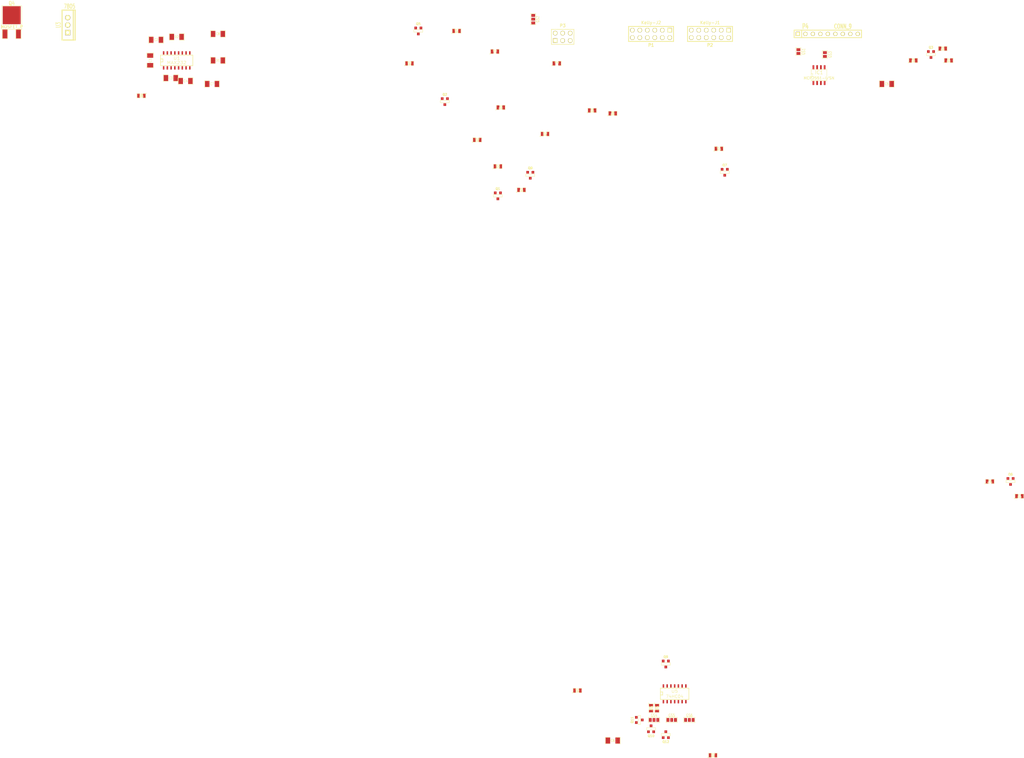
<source format=kicad_pcb>
(kicad_pcb (version 3) (host pcbnew "(22-Jun-2014 BZR 4027)-stable")

  (general
    (links 93)
    (no_connects 93)
    (area 0 0 0 0)
    (thickness 1.6)
    (drawings 0)
    (tracks 0)
    (zones 0)
    (modules 58)
    (nets 74)
  )

  (page A3)
  (layers
    (15 F.Cu signal)
    (0 B.Cu signal)
    (16 B.Adhes user)
    (17 F.Adhes user)
    (18 B.Paste user)
    (19 F.Paste user)
    (20 B.SilkS user)
    (21 F.SilkS user)
    (22 B.Mask user)
    (23 F.Mask user)
    (24 Dwgs.User user)
    (25 Cmts.User user)
    (26 Eco1.User user)
    (27 Eco2.User user)
    (28 Edge.Cuts user)
  )

  (setup
    (last_trace_width 0.254)
    (trace_clearance 0.254)
    (zone_clearance 0.508)
    (zone_45_only no)
    (trace_min 0.254)
    (segment_width 0.2)
    (edge_width 0.1)
    (via_size 0.889)
    (via_drill 0.635)
    (via_min_size 0.889)
    (via_min_drill 0.508)
    (uvia_size 0.508)
    (uvia_drill 0.127)
    (uvias_allowed no)
    (uvia_min_size 0.508)
    (uvia_min_drill 0.127)
    (pcb_text_width 0.3)
    (pcb_text_size 1.5 1.5)
    (mod_edge_width 0.15)
    (mod_text_size 1 1)
    (mod_text_width 0.15)
    (pad_size 1.5 1.5)
    (pad_drill 0.6)
    (pad_to_mask_clearance 0)
    (aux_axis_origin 0 0)
    (visible_elements FFFFFF0F)
    (pcbplotparams
      (layerselection 3178497)
      (usegerberextensions true)
      (excludeedgelayer true)
      (linewidth 0.150000)
      (plotframeref false)
      (viasonmask false)
      (mode 1)
      (useauxorigin false)
      (hpglpennumber 1)
      (hpglpenspeed 20)
      (hpglpendiameter 15)
      (hpglpenoverlay 2)
      (psnegative false)
      (psa4output false)
      (plotreference true)
      (plotvalue true)
      (plotothertext true)
      (plotinvisibletext false)
      (padsonsilk false)
      (subtractmaskfromsilk false)
      (outputformat 1)
      (mirror false)
      (drillshape 1)
      (scaleselection 1)
      (outputdirectory ""))
  )

  (net 0 "")
  (net 1 +24V)
  (net 2 +5V)
  (net 3 /CAN_H)
  (net 4 /CAN_L)
  (net 5 /Kelly_24V_in)
  (net 6 /Kelly_5V_out)
  (net 7 /Kelly_Brake)
  (net 8 /Kelly_Brake_switch)
  (net 9 /Kelly_CAN_H)
  (net 10 /Kelly_CAN_L)
  (net 11 /Kelly_Green_LED)
  (net 12 /Kelly_Hall_A)
  (net 13 /Kelly_Hall_B)
  (net 14 /Kelly_Hall_C)
  (net 15 /Kelly_Motor_temp)
  (net 16 /Kelly_RS232_RX)
  (net 17 /Kelly_RS232_TX)
  (net 18 /Kelly_Red_LED)
  (net 19 /Kelly_Reverse_switch)
  (net 20 /Kelly_Throttle)
  (net 21 /Kelly_Throttle_switch)
  (net 22 /Stops/ESTOP_Pin)
  (net 23 /Stops/ESTOP_RAIL)
  (net 24 /Stops/ESTOP_Set)
  (net 25 /Stops/Motor_Disable)
  (net 26 /Stops/Pots_~SHDN~)
  (net 27 /Stops/SHDN_Pin)
  (net 28 /Stops/SHDN_RAIL)
  (net 29 /Stops/WATCHDOG)
  (net 30 /Stops/WATCHDOG_Pulse)
  (net 31 /Stops/~ESTOP~_Pin)
  (net 32 /Stops/~SHDN~_Pin)
  (net 33 GND)
  (net 34 N-000001)
  (net 35 N-0000010)
  (net 36 N-00000106)
  (net 37 N-00000107)
  (net 38 N-00000108)
  (net 39 N-00000109)
  (net 40 N-00000110)
  (net 41 N-00000111)
  (net 42 N-0000012)
  (net 43 N-0000013)
  (net 44 N-0000014)
  (net 45 N-0000015)
  (net 46 N-0000016)
  (net 47 N-0000017)
  (net 48 N-0000018)
  (net 49 N-0000019)
  (net 50 N-000002)
  (net 51 N-0000020)
  (net 52 N-0000023)
  (net 53 N-0000024)
  (net 54 N-0000025)
  (net 55 N-000003)
  (net 56 N-000004)
  (net 57 N-0000040)
  (net 58 N-0000041)
  (net 59 N-000005)
  (net 60 N-000006)
  (net 61 N-0000063)
  (net 62 N-0000064)
  (net 63 N-0000065)
  (net 64 N-000007)
  (net 65 N-0000070)
  (net 66 N-0000071)
  (net 67 N-0000072)
  (net 68 N-0000073)
  (net 69 N-0000074)
  (net 70 N-0000075)
  (net 71 N-0000078)
  (net 72 N-000008)
  (net 73 N-0000080)

  (net_class Default "This is the default net class."
    (clearance 0.254)
    (trace_width 0.254)
    (via_dia 0.889)
    (via_drill 0.635)
    (uvia_dia 0.508)
    (uvia_drill 0.127)
    (add_net "")
    (add_net +24V)
    (add_net +5V)
    (add_net /CAN_H)
    (add_net /CAN_L)
    (add_net /Kelly_24V_in)
    (add_net /Kelly_5V_out)
    (add_net /Kelly_Brake)
    (add_net /Kelly_Brake_switch)
    (add_net /Kelly_CAN_H)
    (add_net /Kelly_CAN_L)
    (add_net /Kelly_Green_LED)
    (add_net /Kelly_Hall_A)
    (add_net /Kelly_Hall_B)
    (add_net /Kelly_Hall_C)
    (add_net /Kelly_Motor_temp)
    (add_net /Kelly_RS232_RX)
    (add_net /Kelly_RS232_TX)
    (add_net /Kelly_Red_LED)
    (add_net /Kelly_Reverse_switch)
    (add_net /Kelly_Throttle)
    (add_net /Kelly_Throttle_switch)
    (add_net /Stops/ESTOP_Pin)
    (add_net /Stops/ESTOP_RAIL)
    (add_net /Stops/ESTOP_Set)
    (add_net /Stops/Motor_Disable)
    (add_net /Stops/Pots_~SHDN~)
    (add_net /Stops/SHDN_Pin)
    (add_net /Stops/SHDN_RAIL)
    (add_net /Stops/WATCHDOG)
    (add_net /Stops/WATCHDOG_Pulse)
    (add_net /Stops/~ESTOP~_Pin)
    (add_net /Stops/~SHDN~_Pin)
    (add_net GND)
    (add_net N-000001)
    (add_net N-0000010)
    (add_net N-00000106)
    (add_net N-00000107)
    (add_net N-00000108)
    (add_net N-00000109)
    (add_net N-00000110)
    (add_net N-00000111)
    (add_net N-0000012)
    (add_net N-0000013)
    (add_net N-0000014)
    (add_net N-0000015)
    (add_net N-0000016)
    (add_net N-0000017)
    (add_net N-0000018)
    (add_net N-0000019)
    (add_net N-000002)
    (add_net N-0000020)
    (add_net N-0000023)
    (add_net N-0000024)
    (add_net N-0000025)
    (add_net N-000003)
    (add_net N-000004)
    (add_net N-0000040)
    (add_net N-0000041)
    (add_net N-000005)
    (add_net N-000006)
    (add_net N-0000063)
    (add_net N-0000064)
    (add_net N-0000065)
    (add_net N-000007)
    (add_net N-0000070)
    (add_net N-0000071)
    (add_net N-0000072)
    (add_net N-0000073)
    (add_net N-0000074)
    (add_net N-0000075)
    (add_net N-0000078)
    (add_net N-000008)
    (add_net N-0000080)
  )

  (module TO220_VERT (layer F.Cu) (tedit 43A66C96) (tstamp 564074E0)
    (at 50 23)
    (descr "Regulateur TO220 serie LM78xx")
    (tags "TR TO220")
    (path /5639FDF6)
    (fp_text reference U3 (at -3.175 0 90) (layer F.SilkS)
      (effects (font (size 1.524 1.016) (thickness 0.2032)))
    )
    (fp_text value 7805 (at 0.635 -6.35) (layer F.SilkS)
      (effects (font (size 1.524 1.016) (thickness 0.2032)))
    )
    (fp_line (start 1.905 -5.08) (end 2.54 -5.08) (layer F.SilkS) (width 0.381))
    (fp_line (start 2.54 -5.08) (end 2.54 5.08) (layer F.SilkS) (width 0.381))
    (fp_line (start 2.54 5.08) (end 1.905 5.08) (layer F.SilkS) (width 0.381))
    (fp_line (start -1.905 -5.08) (end 1.905 -5.08) (layer F.SilkS) (width 0.381))
    (fp_line (start 1.905 -5.08) (end 1.905 5.08) (layer F.SilkS) (width 0.381))
    (fp_line (start 1.905 5.08) (end -1.905 5.08) (layer F.SilkS) (width 0.381))
    (fp_line (start -1.905 5.08) (end -1.905 -5.08) (layer F.SilkS) (width 0.381))
    (pad 2 thru_hole circle (at 0 -2.54) (size 1.778 1.778) (drill 1.016)
      (layers *.Cu *.Mask F.SilkS)
    )
    (pad 3 thru_hole circle (at 0 0) (size 1.778 1.778) (drill 1.016)
      (layers *.Cu *.Mask F.SilkS)
    )
    (pad 1 thru_hole rect (at 0 2.54) (size 1.778 1.778) (drill 1.016)
      (layers *.Cu *.Mask F.SilkS)
    )
  )

  (module SOT23EBC (layer F.Cu) (tedit 3F980186) (tstamp 564074EB)
    (at 273 73)
    (descr "Module CMS SOT23 Transistore EBC")
    (tags "CMS SOT")
    (path /5639A25E)
    (attr smd)
    (fp_text reference Q7 (at 0 -2.413) (layer F.SilkS)
      (effects (font (size 0.762 0.762) (thickness 0.2032)))
    )
    (fp_text value NPN (at 0 0) (layer F.SilkS) hide
      (effects (font (size 0.762 0.762) (thickness 0.2032)))
    )
    (fp_line (start -1.524 -0.381) (end 1.524 -0.381) (layer F.SilkS) (width 0.127))
    (fp_line (start 1.524 -0.381) (end 1.524 0.381) (layer F.SilkS) (width 0.127))
    (fp_line (start 1.524 0.381) (end -1.524 0.381) (layer F.SilkS) (width 0.127))
    (fp_line (start -1.524 0.381) (end -1.524 -0.381) (layer F.SilkS) (width 0.127))
    (pad 1 smd rect (at -0.889 -1.016) (size 0.9144 0.9144)
      (layers F.Cu F.Paste F.Mask)
      (net 33 GND)
    )
    (pad 2 smd rect (at 0.889 -1.016) (size 0.9144 0.9144)
      (layers F.Cu F.Paste F.Mask)
      (net 57 N-0000040)
    )
    (pad 3 smd rect (at 0 1.016) (size 0.9144 0.9144)
      (layers F.Cu F.Paste F.Mask)
      (net 8 /Kelly_Brake_switch)
    )
    (model smd/cms_sot23.wrl
      (at (xyz 0 0 0))
      (scale (xyz 0.13 0.15 0.15))
      (rotate (xyz 0 0 0))
    )
  )

  (module SOT23EBC (layer F.Cu) (tedit 3F980186) (tstamp 564074F6)
    (at 169 25)
    (descr "Module CMS SOT23 Transistore EBC")
    (tags "CMS SOT")
    (path /563B2A1E)
    (attr smd)
    (fp_text reference Q5 (at 0 -2.413) (layer F.SilkS)
      (effects (font (size 0.762 0.762) (thickness 0.2032)))
    )
    (fp_text value NPN (at 0 0) (layer F.SilkS) hide
      (effects (font (size 0.762 0.762) (thickness 0.2032)))
    )
    (fp_line (start -1.524 -0.381) (end 1.524 -0.381) (layer F.SilkS) (width 0.127))
    (fp_line (start 1.524 -0.381) (end 1.524 0.381) (layer F.SilkS) (width 0.127))
    (fp_line (start 1.524 0.381) (end -1.524 0.381) (layer F.SilkS) (width 0.127))
    (fp_line (start -1.524 0.381) (end -1.524 -0.381) (layer F.SilkS) (width 0.127))
    (pad 1 smd rect (at -0.889 -1.016) (size 0.9144 0.9144)
      (layers F.Cu F.Paste F.Mask)
      (net 33 GND)
    )
    (pad 2 smd rect (at 0.889 -1.016) (size 0.9144 0.9144)
      (layers F.Cu F.Paste F.Mask)
      (net 71 N-0000078)
    )
    (pad 3 smd rect (at 0 1.016) (size 0.9144 0.9144)
      (layers F.Cu F.Paste F.Mask)
      (net 70 N-0000075)
    )
    (model smd/cms_sot23.wrl
      (at (xyz 0 0 0))
      (scale (xyz 0.13 0.15 0.15))
      (rotate (xyz 0 0 0))
    )
  )

  (module SOT23EBC (layer F.Cu) (tedit 3F980186) (tstamp 56407501)
    (at 253 240)
    (descr "Module CMS SOT23 Transistore EBC")
    (tags "CMS SOT")
    (path /563B2DE4)
    (attr smd)
    (fp_text reference Q9 (at 0 -2.413) (layer F.SilkS)
      (effects (font (size 0.762 0.762) (thickness 0.2032)))
    )
    (fp_text value PNP (at 0 0) (layer F.SilkS) hide
      (effects (font (size 0.762 0.762) (thickness 0.2032)))
    )
    (fp_line (start -1.524 -0.381) (end 1.524 -0.381) (layer F.SilkS) (width 0.127))
    (fp_line (start 1.524 -0.381) (end 1.524 0.381) (layer F.SilkS) (width 0.127))
    (fp_line (start 1.524 0.381) (end -1.524 0.381) (layer F.SilkS) (width 0.127))
    (fp_line (start -1.524 0.381) (end -1.524 -0.381) (layer F.SilkS) (width 0.127))
    (pad 1 smd rect (at -0.889 -1.016) (size 0.9144 0.9144)
      (layers F.Cu F.Paste F.Mask)
      (net 6 /Kelly_5V_out)
    )
    (pad 2 smd rect (at 0.889 -1.016) (size 0.9144 0.9144)
      (layers F.Cu F.Paste F.Mask)
      (net 69 N-0000074)
    )
    (pad 3 smd rect (at 0 1.016) (size 0.9144 0.9144)
      (layers F.Cu F.Paste F.Mask)
      (net 15 /Kelly_Motor_temp)
    )
    (model smd/cms_sot23.wrl
      (at (xyz 0 0 0))
      (scale (xyz 0.13 0.15 0.15))
      (rotate (xyz 0 0 0))
    )
  )

  (module SOT23EBC (layer F.Cu) (tedit 3F980186) (tstamp 5640750C)
    (at 370 178)
    (descr "Module CMS SOT23 Transistore EBC")
    (tags "CMS SOT")
    (path /5639A24F)
    (attr smd)
    (fp_text reference Q6 (at 0 -2.413) (layer F.SilkS)
      (effects (font (size 0.762 0.762) (thickness 0.2032)))
    )
    (fp_text value NPN (at 0 0) (layer F.SilkS) hide
      (effects (font (size 0.762 0.762) (thickness 0.2032)))
    )
    (fp_line (start -1.524 -0.381) (end 1.524 -0.381) (layer F.SilkS) (width 0.127))
    (fp_line (start 1.524 -0.381) (end 1.524 0.381) (layer F.SilkS) (width 0.127))
    (fp_line (start 1.524 0.381) (end -1.524 0.381) (layer F.SilkS) (width 0.127))
    (fp_line (start -1.524 0.381) (end -1.524 -0.381) (layer F.SilkS) (width 0.127))
    (pad 1 smd rect (at -0.889 -1.016) (size 0.9144 0.9144)
      (layers F.Cu F.Paste F.Mask)
      (net 33 GND)
    )
    (pad 2 smd rect (at 0.889 -1.016) (size 0.9144 0.9144)
      (layers F.Cu F.Paste F.Mask)
      (net 59 N-000005)
    )
    (pad 3 smd rect (at 0 1.016) (size 0.9144 0.9144)
      (layers F.Cu F.Paste F.Mask)
      (net 21 /Kelly_Throttle_switch)
    )
    (model smd/cms_sot23.wrl
      (at (xyz 0 0 0))
      (scale (xyz 0.13 0.15 0.15))
      (rotate (xyz 0 0 0))
    )
  )

  (module SOT23EBC (layer F.Cu) (tedit 3F980186) (tstamp 56407517)
    (at 343 33)
    (descr "Module CMS SOT23 Transistore EBC")
    (tags "CMS SOT")
    (path /563A02F9)
    (attr smd)
    (fp_text reference Q3 (at 0 -2.413) (layer F.SilkS)
      (effects (font (size 0.762 0.762) (thickness 0.2032)))
    )
    (fp_text value NPN (at 0 0) (layer F.SilkS) hide
      (effects (font (size 0.762 0.762) (thickness 0.2032)))
    )
    (fp_line (start -1.524 -0.381) (end 1.524 -0.381) (layer F.SilkS) (width 0.127))
    (fp_line (start 1.524 -0.381) (end 1.524 0.381) (layer F.SilkS) (width 0.127))
    (fp_line (start 1.524 0.381) (end -1.524 0.381) (layer F.SilkS) (width 0.127))
    (fp_line (start -1.524 0.381) (end -1.524 -0.381) (layer F.SilkS) (width 0.127))
    (pad 1 smd rect (at -0.889 -1.016) (size 0.9144 0.9144)
      (layers F.Cu F.Paste F.Mask)
      (net 33 GND)
    )
    (pad 2 smd rect (at 0.889 -1.016) (size 0.9144 0.9144)
      (layers F.Cu F.Paste F.Mask)
      (net 68 N-0000073)
    )
    (pad 3 smd rect (at 0 1.016) (size 0.9144 0.9144)
      (layers F.Cu F.Paste F.Mask)
      (net 63 N-0000065)
    )
    (model smd/cms_sot23.wrl
      (at (xyz 0 0 0))
      (scale (xyz 0.13 0.15 0.15))
      (rotate (xyz 0 0 0))
    )
  )

  (module SOT23EBC (layer F.Cu) (tedit 3F980186) (tstamp 56407522)
    (at 248 262 180)
    (descr "Module CMS SOT23 Transistore EBC")
    (tags "CMS SOT")
    (path /563C0A8F/563C0D06)
    (attr smd)
    (fp_text reference Q10 (at 0 -2.413 180) (layer F.SilkS)
      (effects (font (size 0.762 0.762) (thickness 0.2032)))
    )
    (fp_text value NPN (at 0 0 180) (layer F.SilkS) hide
      (effects (font (size 0.762 0.762) (thickness 0.2032)))
    )
    (fp_line (start -1.524 -0.381) (end 1.524 -0.381) (layer F.SilkS) (width 0.127))
    (fp_line (start 1.524 -0.381) (end 1.524 0.381) (layer F.SilkS) (width 0.127))
    (fp_line (start 1.524 0.381) (end -1.524 0.381) (layer F.SilkS) (width 0.127))
    (fp_line (start -1.524 0.381) (end -1.524 -0.381) (layer F.SilkS) (width 0.127))
    (pad 1 smd rect (at -0.889 -1.016 180) (size 0.9144 0.9144)
      (layers F.Cu F.Paste F.Mask)
      (net 33 GND)
    )
    (pad 2 smd rect (at 0.889 -1.016 180) (size 0.9144 0.9144)
      (layers F.Cu F.Paste F.Mask)
      (net 41 N-00000111)
    )
    (pad 3 smd rect (at 0 1.016 180) (size 0.9144 0.9144)
      (layers F.Cu F.Paste F.Mask)
      (net 29 /Stops/WATCHDOG)
    )
    (model smd/cms_sot23.wrl
      (at (xyz 0 0 0))
      (scale (xyz 0.13 0.15 0.15))
      (rotate (xyz 0 0 0))
    )
  )

  (module SOT23EBC (layer F.Cu) (tedit 3F980186) (tstamp 5640752D)
    (at 244 259 90)
    (descr "Module CMS SOT23 Transistore EBC")
    (tags "CMS SOT")
    (path /563C0A8F/563C0D0A)
    (attr smd)
    (fp_text reference Q11 (at 0 -2.413 90) (layer F.SilkS)
      (effects (font (size 0.762 0.762) (thickness 0.2032)))
    )
    (fp_text value NPN (at 0 0 90) (layer F.SilkS) hide
      (effects (font (size 0.762 0.762) (thickness 0.2032)))
    )
    (fp_line (start -1.524 -0.381) (end 1.524 -0.381) (layer F.SilkS) (width 0.127))
    (fp_line (start 1.524 -0.381) (end 1.524 0.381) (layer F.SilkS) (width 0.127))
    (fp_line (start 1.524 0.381) (end -1.524 0.381) (layer F.SilkS) (width 0.127))
    (fp_line (start -1.524 0.381) (end -1.524 -0.381) (layer F.SilkS) (width 0.127))
    (pad 1 smd rect (at -0.889 -1.016 90) (size 0.9144 0.9144)
      (layers F.Cu F.Paste F.Mask)
      (net 33 GND)
    )
    (pad 2 smd rect (at 0.889 -1.016 90) (size 0.9144 0.9144)
      (layers F.Cu F.Paste F.Mask)
      (net 37 N-00000107)
    )
    (pad 3 smd rect (at 0 1.016 90) (size 0.9144 0.9144)
      (layers F.Cu F.Paste F.Mask)
      (net 28 /Stops/SHDN_RAIL)
    )
    (model smd/cms_sot23.wrl
      (at (xyz 0 0 0))
      (scale (xyz 0.13 0.15 0.15))
      (rotate (xyz 0 0 0))
    )
  )

  (module SOT23EBC (layer F.Cu) (tedit 3F980186) (tstamp 56407538)
    (at 253 264 180)
    (descr "Module CMS SOT23 Transistore EBC")
    (tags "CMS SOT")
    (path /563C0A8F/563C0D0D)
    (attr smd)
    (fp_text reference Q12 (at 0 -2.413 180) (layer F.SilkS)
      (effects (font (size 0.762 0.762) (thickness 0.2032)))
    )
    (fp_text value NPN (at 0 0 180) (layer F.SilkS) hide
      (effects (font (size 0.762 0.762) (thickness 0.2032)))
    )
    (fp_line (start -1.524 -0.381) (end 1.524 -0.381) (layer F.SilkS) (width 0.127))
    (fp_line (start 1.524 -0.381) (end 1.524 0.381) (layer F.SilkS) (width 0.127))
    (fp_line (start 1.524 0.381) (end -1.524 0.381) (layer F.SilkS) (width 0.127))
    (fp_line (start -1.524 0.381) (end -1.524 -0.381) (layer F.SilkS) (width 0.127))
    (pad 1 smd rect (at -0.889 -1.016 180) (size 0.9144 0.9144)
      (layers F.Cu F.Paste F.Mask)
      (net 33 GND)
    )
    (pad 2 smd rect (at 0.889 -1.016 180) (size 0.9144 0.9144)
      (layers F.Cu F.Paste F.Mask)
      (net 38 N-00000108)
    )
    (pad 3 smd rect (at 0 1.016 180) (size 0.9144 0.9144)
      (layers F.Cu F.Paste F.Mask)
      (net 23 /Stops/ESTOP_RAIL)
    )
    (model smd/cms_sot23.wrl
      (at (xyz 0 0 0))
      (scale (xyz 0.13 0.15 0.15))
      (rotate (xyz 0 0 0))
    )
  )

  (module SOT23EBC (layer F.Cu) (tedit 3F980186) (tstamp 56407543)
    (at 178 49)
    (descr "Module CMS SOT23 Transistore EBC")
    (tags "CMS SOT")
    (path /5639A27C)
    (attr smd)
    (fp_text reference Q2 (at 0 -2.413) (layer F.SilkS)
      (effects (font (size 0.762 0.762) (thickness 0.2032)))
    )
    (fp_text value NPN (at 0 0) (layer F.SilkS) hide
      (effects (font (size 0.762 0.762) (thickness 0.2032)))
    )
    (fp_line (start -1.524 -0.381) (end 1.524 -0.381) (layer F.SilkS) (width 0.127))
    (fp_line (start 1.524 -0.381) (end 1.524 0.381) (layer F.SilkS) (width 0.127))
    (fp_line (start 1.524 0.381) (end -1.524 0.381) (layer F.SilkS) (width 0.127))
    (fp_line (start -1.524 0.381) (end -1.524 -0.381) (layer F.SilkS) (width 0.127))
    (pad 1 smd rect (at -0.889 -1.016) (size 0.9144 0.9144)
      (layers F.Cu F.Paste F.Mask)
      (net 33 GND)
    )
    (pad 2 smd rect (at 0.889 -1.016) (size 0.9144 0.9144)
      (layers F.Cu F.Paste F.Mask)
      (net 48 N-0000018)
    )
    (pad 3 smd rect (at 0 1.016) (size 0.9144 0.9144)
      (layers F.Cu F.Paste F.Mask)
      (net 49 N-0000019)
    )
    (model smd/cms_sot23.wrl
      (at (xyz 0 0 0))
      (scale (xyz 0.13 0.15 0.15))
      (rotate (xyz 0 0 0))
    )
  )

  (module SOT23EBC (layer F.Cu) (tedit 3F980186) (tstamp 5640754E)
    (at 196 81)
    (descr "Module CMS SOT23 Transistore EBC")
    (tags "CMS SOT")
    (path /5639A28B)
    (attr smd)
    (fp_text reference Q1 (at 0 -2.413) (layer F.SilkS)
      (effects (font (size 0.762 0.762) (thickness 0.2032)))
    )
    (fp_text value NPN (at 0 0) (layer F.SilkS) hide
      (effects (font (size 0.762 0.762) (thickness 0.2032)))
    )
    (fp_line (start -1.524 -0.381) (end 1.524 -0.381) (layer F.SilkS) (width 0.127))
    (fp_line (start 1.524 -0.381) (end 1.524 0.381) (layer F.SilkS) (width 0.127))
    (fp_line (start 1.524 0.381) (end -1.524 0.381) (layer F.SilkS) (width 0.127))
    (fp_line (start -1.524 0.381) (end -1.524 -0.381) (layer F.SilkS) (width 0.127))
    (pad 1 smd rect (at -0.889 -1.016) (size 0.9144 0.9144)
      (layers F.Cu F.Paste F.Mask)
      (net 33 GND)
    )
    (pad 2 smd rect (at 0.889 -1.016) (size 0.9144 0.9144)
      (layers F.Cu F.Paste F.Mask)
      (net 42 N-0000012)
    )
    (pad 3 smd rect (at 0 1.016) (size 0.9144 0.9144)
      (layers F.Cu F.Paste F.Mask)
      (net 51 N-0000020)
    )
    (model smd/cms_sot23.wrl
      (at (xyz 0 0 0))
      (scale (xyz 0.13 0.15 0.15))
      (rotate (xyz 0 0 0))
    )
  )

  (module SOT23EBC (layer F.Cu) (tedit 3F980186) (tstamp 56407559)
    (at 207 74)
    (descr "Module CMS SOT23 Transistore EBC")
    (tags "CMS SOT")
    (path /5639A26D)
    (attr smd)
    (fp_text reference Q8 (at 0 -2.413) (layer F.SilkS)
      (effects (font (size 0.762 0.762) (thickness 0.2032)))
    )
    (fp_text value NPN (at 0 0) (layer F.SilkS) hide
      (effects (font (size 0.762 0.762) (thickness 0.2032)))
    )
    (fp_line (start -1.524 -0.381) (end 1.524 -0.381) (layer F.SilkS) (width 0.127))
    (fp_line (start 1.524 -0.381) (end 1.524 0.381) (layer F.SilkS) (width 0.127))
    (fp_line (start 1.524 0.381) (end -1.524 0.381) (layer F.SilkS) (width 0.127))
    (fp_line (start -1.524 0.381) (end -1.524 -0.381) (layer F.SilkS) (width 0.127))
    (pad 1 smd rect (at -0.889 -1.016) (size 0.9144 0.9144)
      (layers F.Cu F.Paste F.Mask)
      (net 33 GND)
    )
    (pad 2 smd rect (at 0.889 -1.016) (size 0.9144 0.9144)
      (layers F.Cu F.Paste F.Mask)
      (net 58 N-0000041)
    )
    (pad 3 smd rect (at 0 1.016) (size 0.9144 0.9144)
      (layers F.Cu F.Paste F.Mask)
      (net 19 /Kelly_Reverse_switch)
    )
    (model smd/cms_sot23.wrl
      (at (xyz 0 0 0))
      (scale (xyz 0.13 0.15 0.15))
      (rotate (xyz 0 0 0))
    )
  )

  (module SO16E (layer F.Cu) (tedit 4280700D) (tstamp 56407574)
    (at 87 35)
    (descr "Module CMS SOJ 16 pins etroit")
    (tags "CMS SOJ")
    (path /5639F1B8)
    (attr smd)
    (fp_text reference U1 (at 0 -0.762) (layer F.SilkS)
      (effects (font (size 1.016 1.143) (thickness 0.127)))
    )
    (fp_text value MAX232 (at 0 0.762) (layer F.SilkS)
      (effects (font (size 1.016 1.143) (thickness 0.127)))
    )
    (fp_line (start -5.461 -1.778) (end 5.461 -1.778) (layer F.SilkS) (width 0.2032))
    (fp_line (start 5.461 -1.778) (end 5.461 1.778) (layer F.SilkS) (width 0.2032))
    (fp_line (start 5.461 1.778) (end -5.461 1.778) (layer F.SilkS) (width 0.2032))
    (fp_line (start -5.461 1.778) (end -5.461 -1.778) (layer F.SilkS) (width 0.2032))
    (fp_line (start -5.461 -0.508) (end -4.699 -0.508) (layer F.SilkS) (width 0.2032))
    (fp_line (start -4.699 -0.508) (end -4.699 0.508) (layer F.SilkS) (width 0.2032))
    (fp_line (start -4.699 0.508) (end -5.461 0.508) (layer F.SilkS) (width 0.2032))
    (pad 1 smd rect (at -4.445 2.54) (size 0.508 1.143)
      (layers F.Cu F.Paste F.Mask)
      (net 52 N-0000023)
    )
    (pad 2 smd rect (at -3.175 2.54) (size 0.508 1.143)
      (layers F.Cu F.Paste F.Mask)
      (net 46 N-0000016)
    )
    (pad 3 smd rect (at -1.905 2.54) (size 0.508 1.143)
      (layers F.Cu F.Paste F.Mask)
      (net 53 N-0000024)
    )
    (pad 4 smd rect (at -0.635 2.54) (size 0.508 1.143)
      (layers F.Cu F.Paste F.Mask)
      (net 54 N-0000025)
    )
    (pad 5 smd rect (at 0.635 2.54) (size 0.508 1.143)
      (layers F.Cu F.Paste F.Mask)
      (net 45 N-0000015)
    )
    (pad 6 smd rect (at 1.905 2.54) (size 0.508 1.143)
      (layers F.Cu F.Paste F.Mask)
      (net 47 N-0000017)
    )
    (pad 7 smd rect (at 3.175 2.54) (size 0.508 1.143)
      (layers F.Cu F.Paste F.Mask)
    )
    (pad 8 smd rect (at 4.445 2.54) (size 0.508 1.143)
      (layers F.Cu F.Paste F.Mask)
    )
    (pad 9 smd rect (at 4.445 -2.54) (size 0.508 1.143)
      (layers F.Cu F.Paste F.Mask)
    )
    (pad 10 smd rect (at 3.175 -2.54) (size 0.508 1.143)
      (layers F.Cu F.Paste F.Mask)
    )
    (pad 11 smd rect (at 1.905 -2.54) (size 0.508 1.143)
      (layers F.Cu F.Paste F.Mask)
      (net 44 N-0000014)
    )
    (pad 12 smd rect (at 0.635 -2.54) (size 0.508 1.143)
      (layers F.Cu F.Paste F.Mask)
      (net 43 N-0000013)
    )
    (pad 13 smd rect (at -0.635 -2.54) (size 0.508 1.143)
      (layers F.Cu F.Paste F.Mask)
      (net 17 /Kelly_RS232_TX)
    )
    (pad 14 smd rect (at -1.905 -2.54) (size 0.508 1.143)
      (layers F.Cu F.Paste F.Mask)
      (net 16 /Kelly_RS232_RX)
    )
    (pad 15 smd rect (at -3.175 -2.54) (size 0.508 1.143)
      (layers F.Cu F.Paste F.Mask)
      (net 33 GND)
    )
    (pad 16 smd rect (at -4.445 -2.54) (size 0.508 1.143)
      (layers F.Cu F.Paste F.Mask)
      (net 2 +5V)
    )
    (model smd/cms_so16.wrl
      (at (xyz 0 0 0))
      (scale (xyz 0.5 0.3 0.5))
      (rotate (xyz 0 0 0))
    )
  )

  (module SO14E (layer F.Cu) (tedit 42806FBF) (tstamp 5640758D)
    (at 256 250)
    (descr "module CMS SOJ 14 pins etroit")
    (tags "CMS SOJ")
    (path /563C0A8F/563C0D10)
    (attr smd)
    (fp_text reference U5 (at 0 -0.762) (layer F.SilkS)
      (effects (font (size 1.016 1.143) (thickness 0.127)))
    )
    (fp_text value 74HC04 (at 0 1.016) (layer F.SilkS)
      (effects (font (size 1.016 1.016) (thickness 0.127)))
    )
    (fp_line (start -4.826 -1.778) (end 4.826 -1.778) (layer F.SilkS) (width 0.2032))
    (fp_line (start 4.826 -1.778) (end 4.826 2.032) (layer F.SilkS) (width 0.2032))
    (fp_line (start 4.826 2.032) (end -4.826 2.032) (layer F.SilkS) (width 0.2032))
    (fp_line (start -4.826 2.032) (end -4.826 -1.778) (layer F.SilkS) (width 0.2032))
    (fp_line (start -4.826 -0.508) (end -4.064 -0.508) (layer F.SilkS) (width 0.2032))
    (fp_line (start -4.064 -0.508) (end -4.064 0.508) (layer F.SilkS) (width 0.2032))
    (fp_line (start -4.064 0.508) (end -4.826 0.508) (layer F.SilkS) (width 0.2032))
    (pad 1 smd rect (at -3.81 2.794) (size 0.508 1.143)
      (layers F.Cu F.Paste F.Mask)
      (net 27 /Stops/SHDN_Pin)
    )
    (pad 2 smd rect (at -2.54 2.794) (size 0.508 1.143)
      (layers F.Cu F.Paste F.Mask)
      (net 32 /Stops/~SHDN~_Pin)
    )
    (pad 3 smd rect (at -1.27 2.794) (size 0.508 1.143)
      (layers F.Cu F.Paste F.Mask)
      (net 39 N-00000109)
    )
    (pad 4 smd rect (at 0 2.794) (size 0.508 1.143)
      (layers F.Cu F.Paste F.Mask)
      (net 27 /Stops/SHDN_Pin)
    )
    (pad 5 smd rect (at 1.27 2.794) (size 0.508 1.143)
      (layers F.Cu F.Paste F.Mask)
      (net 22 /Stops/ESTOP_Pin)
    )
    (pad 6 smd rect (at 2.54 2.794) (size 0.508 1.143)
      (layers F.Cu F.Paste F.Mask)
      (net 31 /Stops/~ESTOP~_Pin)
    )
    (pad 7 smd rect (at 3.81 2.794) (size 0.508 1.143)
      (layers F.Cu F.Paste F.Mask)
      (net 33 GND)
    )
    (pad 8 smd rect (at 3.81 -2.54) (size 0.508 1.143)
      (layers F.Cu F.Paste F.Mask)
      (net 22 /Stops/ESTOP_Pin)
    )
    (pad 9 smd rect (at 2.54 -2.54) (size 0.508 1.143)
      (layers F.Cu F.Paste F.Mask)
      (net 36 N-00000106)
    )
    (pad 10 smd rect (at 1.27 -2.54) (size 0.508 1.143)
      (layers F.Cu F.Paste F.Mask)
    )
    (pad 11 smd rect (at 0 -2.54) (size 0.508 1.143)
      (layers F.Cu F.Paste F.Mask)
    )
    (pad 12 smd rect (at -1.27 -2.54) (size 0.508 1.143)
      (layers F.Cu F.Paste F.Mask)
    )
    (pad 13 smd rect (at -2.54 -2.54) (size 0.508 1.143)
      (layers F.Cu F.Paste F.Mask)
    )
    (pad 14 smd rect (at -3.81 -2.54) (size 0.508 1.143)
      (layers F.Cu F.Paste F.Mask)
    )
    (model smd/cms_so14.wrl
      (at (xyz 0 0 0))
      (scale (xyz 0.5 0.3 0.5))
      (rotate (xyz 0 0 0))
    )
  )

  (module SM1206 (layer F.Cu) (tedit 42806E24) (tstamp 56407599)
    (at 99 43)
    (path /563C0A8F/563C0D03)
    (attr smd)
    (fp_text reference C7 (at 0 0) (layer F.SilkS)
      (effects (font (size 0.762 0.762) (thickness 0.127)))
    )
    (fp_text value 10uF (at 0 0) (layer F.SilkS) hide
      (effects (font (size 0.762 0.762) (thickness 0.127)))
    )
    (fp_line (start -2.54 -1.143) (end -2.54 1.143) (layer F.SilkS) (width 0.127))
    (fp_line (start -2.54 1.143) (end -0.889 1.143) (layer F.SilkS) (width 0.127))
    (fp_line (start 0.889 -1.143) (end 2.54 -1.143) (layer F.SilkS) (width 0.127))
    (fp_line (start 2.54 -1.143) (end 2.54 1.143) (layer F.SilkS) (width 0.127))
    (fp_line (start 2.54 1.143) (end 0.889 1.143) (layer F.SilkS) (width 0.127))
    (fp_line (start -0.889 -1.143) (end -2.54 -1.143) (layer F.SilkS) (width 0.127))
    (pad 1 smd rect (at -1.651 0) (size 1.524 2.032)
      (layers F.Cu F.Paste F.Mask)
      (net 33 GND)
    )
    (pad 2 smd rect (at 1.651 0) (size 1.524 2.032)
      (layers F.Cu F.Paste F.Mask)
      (net 41 N-00000111)
    )
    (model smd/chip_cms.wrl
      (at (xyz 0 0 0))
      (scale (xyz 0.17 0.16 0.16))
      (rotate (xyz 0 0 0))
    )
  )

  (module SM1206 (layer F.Cu) (tedit 42806E24) (tstamp 564075A5)
    (at 87 27 180)
    (path /563C0A8F/563C0D02)
    (attr smd)
    (fp_text reference D2 (at 0 0 180) (layer F.SilkS)
      (effects (font (size 0.762 0.762) (thickness 0.127)))
    )
    (fp_text value DIODE (at 0 0 180) (layer F.SilkS) hide
      (effects (font (size 0.762 0.762) (thickness 0.127)))
    )
    (fp_line (start -2.54 -1.143) (end -2.54 1.143) (layer F.SilkS) (width 0.127))
    (fp_line (start -2.54 1.143) (end -0.889 1.143) (layer F.SilkS) (width 0.127))
    (fp_line (start 0.889 -1.143) (end 2.54 -1.143) (layer F.SilkS) (width 0.127))
    (fp_line (start 2.54 -1.143) (end 2.54 1.143) (layer F.SilkS) (width 0.127))
    (fp_line (start 2.54 1.143) (end 0.889 1.143) (layer F.SilkS) (width 0.127))
    (fp_line (start -0.889 -1.143) (end -2.54 -1.143) (layer F.SilkS) (width 0.127))
    (pad 1 smd rect (at -1.651 0 180) (size 1.524 2.032)
      (layers F.Cu F.Paste F.Mask)
      (net 40 N-00000110)
    )
    (pad 2 smd rect (at 1.651 0 180) (size 1.524 2.032)
      (layers F.Cu F.Paste F.Mask)
      (net 33 GND)
    )
    (model smd/chip_cms.wrl
      (at (xyz 0 0 0))
      (scale (xyz 0.17 0.16 0.16))
      (rotate (xyz 0 0 0))
    )
  )

  (module SM1206 (layer F.Cu) (tedit 42806E24) (tstamp 564075B1)
    (at 80 28)
    (path /5639F844)
    (attr smd)
    (fp_text reference C2 (at 0 0) (layer F.SilkS)
      (effects (font (size 0.762 0.762) (thickness 0.127)))
    )
    (fp_text value 1uF (at 0 0) (layer F.SilkS) hide
      (effects (font (size 0.762 0.762) (thickness 0.127)))
    )
    (fp_line (start -2.54 -1.143) (end -2.54 1.143) (layer F.SilkS) (width 0.127))
    (fp_line (start -2.54 1.143) (end -0.889 1.143) (layer F.SilkS) (width 0.127))
    (fp_line (start 0.889 -1.143) (end 2.54 -1.143) (layer F.SilkS) (width 0.127))
    (fp_line (start 2.54 -1.143) (end 2.54 1.143) (layer F.SilkS) (width 0.127))
    (fp_line (start 2.54 1.143) (end 0.889 1.143) (layer F.SilkS) (width 0.127))
    (fp_line (start -0.889 -1.143) (end -2.54 -1.143) (layer F.SilkS) (width 0.127))
    (pad 1 smd rect (at -1.651 0) (size 1.524 2.032)
      (layers F.Cu F.Paste F.Mask)
      (net 33 GND)
    )
    (pad 2 smd rect (at 1.651 0) (size 1.524 2.032)
      (layers F.Cu F.Paste F.Mask)
      (net 47 N-0000017)
    )
    (model smd/chip_cms.wrl
      (at (xyz 0 0 0))
      (scale (xyz 0.17 0.16 0.16))
      (rotate (xyz 0 0 0))
    )
  )

  (module SM1206 (layer F.Cu) (tedit 42806E24) (tstamp 564075BD)
    (at 78 35 270)
    (path /5639F83E)
    (attr smd)
    (fp_text reference C1 (at 0 0 270) (layer F.SilkS)
      (effects (font (size 0.762 0.762) (thickness 0.127)))
    )
    (fp_text value 1uF (at 0 0 270) (layer F.SilkS) hide
      (effects (font (size 0.762 0.762) (thickness 0.127)))
    )
    (fp_line (start -2.54 -1.143) (end -2.54 1.143) (layer F.SilkS) (width 0.127))
    (fp_line (start -2.54 1.143) (end -0.889 1.143) (layer F.SilkS) (width 0.127))
    (fp_line (start 0.889 -1.143) (end 2.54 -1.143) (layer F.SilkS) (width 0.127))
    (fp_line (start 2.54 -1.143) (end 2.54 1.143) (layer F.SilkS) (width 0.127))
    (fp_line (start 2.54 1.143) (end 0.889 1.143) (layer F.SilkS) (width 0.127))
    (fp_line (start -0.889 -1.143) (end -2.54 -1.143) (layer F.SilkS) (width 0.127))
    (pad 1 smd rect (at -1.651 0 270) (size 1.524 2.032)
      (layers F.Cu F.Paste F.Mask)
      (net 33 GND)
    )
    (pad 2 smd rect (at 1.651 0 270) (size 1.524 2.032)
      (layers F.Cu F.Paste F.Mask)
      (net 46 N-0000016)
    )
    (model smd/chip_cms.wrl
      (at (xyz 0 0 0))
      (scale (xyz 0.17 0.16 0.16))
      (rotate (xyz 0 0 0))
    )
  )

  (module SM1206 (layer F.Cu) (tedit 42806E24) (tstamp 564075C9)
    (at 90 42)
    (path /5639F4F4)
    (attr smd)
    (fp_text reference C4 (at 0 0) (layer F.SilkS)
      (effects (font (size 0.762 0.762) (thickness 0.127)))
    )
    (fp_text value 1uF (at 0 0) (layer F.SilkS) hide
      (effects (font (size 0.762 0.762) (thickness 0.127)))
    )
    (fp_line (start -2.54 -1.143) (end -2.54 1.143) (layer F.SilkS) (width 0.127))
    (fp_line (start -2.54 1.143) (end -0.889 1.143) (layer F.SilkS) (width 0.127))
    (fp_line (start 0.889 -1.143) (end 2.54 -1.143) (layer F.SilkS) (width 0.127))
    (fp_line (start 2.54 -1.143) (end 2.54 1.143) (layer F.SilkS) (width 0.127))
    (fp_line (start 2.54 1.143) (end 0.889 1.143) (layer F.SilkS) (width 0.127))
    (fp_line (start -0.889 -1.143) (end -2.54 -1.143) (layer F.SilkS) (width 0.127))
    (pad 1 smd rect (at -1.651 0) (size 1.524 2.032)
      (layers F.Cu F.Paste F.Mask)
      (net 54 N-0000025)
    )
    (pad 2 smd rect (at 1.651 0) (size 1.524 2.032)
      (layers F.Cu F.Paste F.Mask)
      (net 45 N-0000015)
    )
    (model smd/chip_cms.wrl
      (at (xyz 0 0 0))
      (scale (xyz 0.17 0.16 0.16))
      (rotate (xyz 0 0 0))
    )
  )

  (module SM1206 (layer F.Cu) (tedit 42806E24) (tstamp 564075D5)
    (at 101 35)
    (path /563C0A8F/563C0D05)
    (attr smd)
    (fp_text reference D1 (at 0 0) (layer F.SilkS)
      (effects (font (size 0.762 0.762) (thickness 0.127)))
    )
    (fp_text value DIODE (at 0 0) (layer F.SilkS) hide
      (effects (font (size 0.762 0.762) (thickness 0.127)))
    )
    (fp_line (start -2.54 -1.143) (end -2.54 1.143) (layer F.SilkS) (width 0.127))
    (fp_line (start -2.54 1.143) (end -0.889 1.143) (layer F.SilkS) (width 0.127))
    (fp_line (start 0.889 -1.143) (end 2.54 -1.143) (layer F.SilkS) (width 0.127))
    (fp_line (start 2.54 -1.143) (end 2.54 1.143) (layer F.SilkS) (width 0.127))
    (fp_line (start 2.54 1.143) (end 0.889 1.143) (layer F.SilkS) (width 0.127))
    (fp_line (start -0.889 -1.143) (end -2.54 -1.143) (layer F.SilkS) (width 0.127))
    (pad 1 smd rect (at -1.651 0) (size 1.524 2.032)
      (layers F.Cu F.Paste F.Mask)
      (net 41 N-00000111)
    )
    (pad 2 smd rect (at 1.651 0) (size 1.524 2.032)
      (layers F.Cu F.Paste F.Mask)
      (net 40 N-00000110)
    )
    (model smd/chip_cms.wrl
      (at (xyz 0 0 0))
      (scale (xyz 0.17 0.16 0.16))
      (rotate (xyz 0 0 0))
    )
  )

  (module SM1206 (layer F.Cu) (tedit 42806E24) (tstamp 564075E1)
    (at 101 26)
    (path /563C0A8F/563C0D07)
    (attr smd)
    (fp_text reference C8 (at 0 0) (layer F.SilkS)
      (effects (font (size 0.762 0.762) (thickness 0.127)))
    )
    (fp_text value 1uF (at 0 0) (layer F.SilkS) hide
      (effects (font (size 0.762 0.762) (thickness 0.127)))
    )
    (fp_line (start -2.54 -1.143) (end -2.54 1.143) (layer F.SilkS) (width 0.127))
    (fp_line (start -2.54 1.143) (end -0.889 1.143) (layer F.SilkS) (width 0.127))
    (fp_line (start 0.889 -1.143) (end 2.54 -1.143) (layer F.SilkS) (width 0.127))
    (fp_line (start 2.54 -1.143) (end 2.54 1.143) (layer F.SilkS) (width 0.127))
    (fp_line (start 2.54 1.143) (end 0.889 1.143) (layer F.SilkS) (width 0.127))
    (fp_line (start -0.889 -1.143) (end -2.54 -1.143) (layer F.SilkS) (width 0.127))
    (pad 1 smd rect (at -1.651 0) (size 1.524 2.032)
      (layers F.Cu F.Paste F.Mask)
      (net 40 N-00000110)
    )
    (pad 2 smd rect (at 1.651 0) (size 1.524 2.032)
      (layers F.Cu F.Paste F.Mask)
      (net 30 /Stops/WATCHDOG_Pulse)
    )
    (model smd/chip_cms.wrl
      (at (xyz 0 0 0))
      (scale (xyz 0.17 0.16 0.16))
      (rotate (xyz 0 0 0))
    )
  )

  (module SM1206 (layer F.Cu) (tedit 42806E24) (tstamp 564075ED)
    (at 235 266)
    (path /563A2323)
    (attr smd)
    (fp_text reference C6 (at 0 0) (layer F.SilkS)
      (effects (font (size 0.762 0.762) (thickness 0.127)))
    )
    (fp_text value 10uF (at 0 0) (layer F.SilkS) hide
      (effects (font (size 0.762 0.762) (thickness 0.127)))
    )
    (fp_line (start -2.54 -1.143) (end -2.54 1.143) (layer F.SilkS) (width 0.127))
    (fp_line (start -2.54 1.143) (end -0.889 1.143) (layer F.SilkS) (width 0.127))
    (fp_line (start 0.889 -1.143) (end 2.54 -1.143) (layer F.SilkS) (width 0.127))
    (fp_line (start 2.54 -1.143) (end 2.54 1.143) (layer F.SilkS) (width 0.127))
    (fp_line (start 2.54 1.143) (end 0.889 1.143) (layer F.SilkS) (width 0.127))
    (fp_line (start -0.889 -1.143) (end -2.54 -1.143) (layer F.SilkS) (width 0.127))
    (pad 1 smd rect (at -1.651 0) (size 1.524 2.032)
      (layers F.Cu F.Paste F.Mask)
    )
    (pad 2 smd rect (at 1.651 0) (size 1.524 2.032)
      (layers F.Cu F.Paste F.Mask)
      (net 33 GND)
    )
    (model smd/chip_cms.wrl
      (at (xyz 0 0 0))
      (scale (xyz 0.17 0.16 0.16))
      (rotate (xyz 0 0 0))
    )
  )

  (module SM1206 (layer F.Cu) (tedit 42806E24) (tstamp 564075F9)
    (at 328 43)
    (path /563A23F4)
    (attr smd)
    (fp_text reference C5 (at 0 0) (layer F.SilkS)
      (effects (font (size 0.762 0.762) (thickness 0.127)))
    )
    (fp_text value 10uF (at 0 0) (layer F.SilkS) hide
      (effects (font (size 0.762 0.762) (thickness 0.127)))
    )
    (fp_line (start -2.54 -1.143) (end -2.54 1.143) (layer F.SilkS) (width 0.127))
    (fp_line (start -2.54 1.143) (end -0.889 1.143) (layer F.SilkS) (width 0.127))
    (fp_line (start 0.889 -1.143) (end 2.54 -1.143) (layer F.SilkS) (width 0.127))
    (fp_line (start 2.54 -1.143) (end 2.54 1.143) (layer F.SilkS) (width 0.127))
    (fp_line (start 2.54 1.143) (end 0.889 1.143) (layer F.SilkS) (width 0.127))
    (fp_line (start -0.889 -1.143) (end -2.54 -1.143) (layer F.SilkS) (width 0.127))
    (pad 1 smd rect (at -1.651 0) (size 1.524 2.032)
      (layers F.Cu F.Paste F.Mask)
      (net 1 +24V)
    )
    (pad 2 smd rect (at 1.651 0) (size 1.524 2.032)
      (layers F.Cu F.Paste F.Mask)
      (net 33 GND)
    )
    (model smd/chip_cms.wrl
      (at (xyz 0 0 0))
      (scale (xyz 0.17 0.16 0.16))
      (rotate (xyz 0 0 0))
    )
  )

  (module SM1206 (layer F.Cu) (tedit 42806E24) (tstamp 56407605)
    (at 85 41)
    (path /5639B510)
    (attr smd)
    (fp_text reference C3 (at 0 0) (layer F.SilkS)
      (effects (font (size 0.762 0.762) (thickness 0.127)))
    )
    (fp_text value 1uF (at 0 0) (layer F.SilkS) hide
      (effects (font (size 0.762 0.762) (thickness 0.127)))
    )
    (fp_line (start -2.54 -1.143) (end -2.54 1.143) (layer F.SilkS) (width 0.127))
    (fp_line (start -2.54 1.143) (end -0.889 1.143) (layer F.SilkS) (width 0.127))
    (fp_line (start 0.889 -1.143) (end 2.54 -1.143) (layer F.SilkS) (width 0.127))
    (fp_line (start 2.54 -1.143) (end 2.54 1.143) (layer F.SilkS) (width 0.127))
    (fp_line (start 2.54 1.143) (end 0.889 1.143) (layer F.SilkS) (width 0.127))
    (fp_line (start -0.889 -1.143) (end -2.54 -1.143) (layer F.SilkS) (width 0.127))
    (pad 1 smd rect (at -1.651 0) (size 1.524 2.032)
      (layers F.Cu F.Paste F.Mask)
      (net 52 N-0000023)
    )
    (pad 2 smd rect (at 1.651 0) (size 1.524 2.032)
      (layers F.Cu F.Paste F.Mask)
      (net 53 N-0000024)
    )
    (model smd/chip_cms.wrl
      (at (xyz 0 0 0))
      (scale (xyz 0.17 0.16 0.16))
      (rotate (xyz 0 0 0))
    )
  )

  (module SM0805 (layer F.Cu) (tedit 5091495C) (tstamp 56407612)
    (at 212 60)
    (path /563A1582)
    (attr smd)
    (fp_text reference R13 (at 0 -0.3175) (layer F.SilkS)
      (effects (font (size 0.50038 0.50038) (thickness 0.10922)))
    )
    (fp_text value 10K (at 0 0.381) (layer F.SilkS)
      (effects (font (size 0.50038 0.50038) (thickness 0.10922)))
    )
    (fp_circle (center -1.651 0.762) (end -1.651 0.635) (layer F.SilkS) (width 0.09906))
    (fp_line (start -0.508 0.762) (end -1.524 0.762) (layer F.SilkS) (width 0.09906))
    (fp_line (start -1.524 0.762) (end -1.524 -0.762) (layer F.SilkS) (width 0.09906))
    (fp_line (start -1.524 -0.762) (end -0.508 -0.762) (layer F.SilkS) (width 0.09906))
    (fp_line (start 0.508 -0.762) (end 1.524 -0.762) (layer F.SilkS) (width 0.09906))
    (fp_line (start 1.524 -0.762) (end 1.524 0.762) (layer F.SilkS) (width 0.09906))
    (fp_line (start 1.524 0.762) (end 0.508 0.762) (layer F.SilkS) (width 0.09906))
    (pad 1 smd rect (at -0.9525 0) (size 0.889 1.397)
      (layers F.Cu F.Paste F.Mask)
      (net 67 N-0000072)
    )
    (pad 2 smd rect (at 0.9525 0) (size 0.889 1.397)
      (layers F.Cu F.Paste F.Mask)
      (net 65 N-0000070)
    )
    (model smd/chip_cms.wrl
      (at (xyz 0 0 0))
      (scale (xyz 0.1 0.1 0.1))
      (rotate (xyz 0 0 0))
    )
  )

  (module SM0805 (layer F.Cu) (tedit 5091495C) (tstamp 5640761F)
    (at 166 36)
    (path /563B2DFB)
    (attr smd)
    (fp_text reference R15 (at 0 -0.3175) (layer F.SilkS)
      (effects (font (size 0.50038 0.50038) (thickness 0.10922)))
    )
    (fp_text value 10K (at 0 0.381) (layer F.SilkS)
      (effects (font (size 0.50038 0.50038) (thickness 0.10922)))
    )
    (fp_circle (center -1.651 0.762) (end -1.651 0.635) (layer F.SilkS) (width 0.09906))
    (fp_line (start -0.508 0.762) (end -1.524 0.762) (layer F.SilkS) (width 0.09906))
    (fp_line (start -1.524 0.762) (end -1.524 -0.762) (layer F.SilkS) (width 0.09906))
    (fp_line (start -1.524 -0.762) (end -0.508 -0.762) (layer F.SilkS) (width 0.09906))
    (fp_line (start 0.508 -0.762) (end 1.524 -0.762) (layer F.SilkS) (width 0.09906))
    (fp_line (start 1.524 -0.762) (end 1.524 0.762) (layer F.SilkS) (width 0.09906))
    (fp_line (start 1.524 0.762) (end 0.508 0.762) (layer F.SilkS) (width 0.09906))
    (pad 1 smd rect (at -0.9525 0) (size 0.889 1.397)
      (layers F.Cu F.Paste F.Mask)
      (net 69 N-0000074)
    )
    (pad 2 smd rect (at 0.9525 0) (size 0.889 1.397)
      (layers F.Cu F.Paste F.Mask)
      (net 70 N-0000075)
    )
    (model smd/chip_cms.wrl
      (at (xyz 0 0 0))
      (scale (xyz 0.1 0.1 0.1))
      (rotate (xyz 0 0 0))
    )
  )

  (module SM0805 (layer F.Cu) (tedit 5091495C) (tstamp 5640762C)
    (at 195 32)
    (path /563B3098)
    (attr smd)
    (fp_text reference R14 (at 0 -0.3175) (layer F.SilkS)
      (effects (font (size 0.50038 0.50038) (thickness 0.10922)))
    )
    (fp_text value 1K (at 0 0.381) (layer F.SilkS)
      (effects (font (size 0.50038 0.50038) (thickness 0.10922)))
    )
    (fp_circle (center -1.651 0.762) (end -1.651 0.635) (layer F.SilkS) (width 0.09906))
    (fp_line (start -0.508 0.762) (end -1.524 0.762) (layer F.SilkS) (width 0.09906))
    (fp_line (start -1.524 0.762) (end -1.524 -0.762) (layer F.SilkS) (width 0.09906))
    (fp_line (start -1.524 -0.762) (end -0.508 -0.762) (layer F.SilkS) (width 0.09906))
    (fp_line (start 0.508 -0.762) (end 1.524 -0.762) (layer F.SilkS) (width 0.09906))
    (fp_line (start 1.524 -0.762) (end 1.524 0.762) (layer F.SilkS) (width 0.09906))
    (fp_line (start 1.524 0.762) (end 0.508 0.762) (layer F.SilkS) (width 0.09906))
    (pad 1 smd rect (at -0.9525 0) (size 0.889 1.397)
      (layers F.Cu F.Paste F.Mask)
      (net 15 /Kelly_Motor_temp)
    )
    (pad 2 smd rect (at 0.9525 0) (size 0.889 1.397)
      (layers F.Cu F.Paste F.Mask)
      (net 33 GND)
    )
    (model smd/chip_cms.wrl
      (at (xyz 0 0 0))
      (scale (xyz 0.1 0.1 0.1))
      (rotate (xyz 0 0 0))
    )
  )

  (module SM0805 (layer F.Cu) (tedit 5091495C) (tstamp 56407639)
    (at 182 25)
    (path /563B6D37)
    (attr smd)
    (fp_text reference R17 (at 0 -0.3175) (layer F.SilkS)
      (effects (font (size 0.50038 0.50038) (thickness 0.10922)))
    )
    (fp_text value 10K (at 0 0.381) (layer F.SilkS)
      (effects (font (size 0.50038 0.50038) (thickness 0.10922)))
    )
    (fp_circle (center -1.651 0.762) (end -1.651 0.635) (layer F.SilkS) (width 0.09906))
    (fp_line (start -0.508 0.762) (end -1.524 0.762) (layer F.SilkS) (width 0.09906))
    (fp_line (start -1.524 0.762) (end -1.524 -0.762) (layer F.SilkS) (width 0.09906))
    (fp_line (start -1.524 -0.762) (end -0.508 -0.762) (layer F.SilkS) (width 0.09906))
    (fp_line (start 0.508 -0.762) (end 1.524 -0.762) (layer F.SilkS) (width 0.09906))
    (fp_line (start 1.524 -0.762) (end 1.524 0.762) (layer F.SilkS) (width 0.09906))
    (fp_line (start 1.524 0.762) (end 0.508 0.762) (layer F.SilkS) (width 0.09906))
    (pad 1 smd rect (at -0.9525 0) (size 0.889 1.397)
      (layers F.Cu F.Paste F.Mask)
      (net 25 /Stops/Motor_Disable)
    )
    (pad 2 smd rect (at 0.9525 0) (size 0.889 1.397)
      (layers F.Cu F.Paste F.Mask)
      (net 71 N-0000078)
    )
    (model smd/chip_cms.wrl
      (at (xyz 0 0 0))
      (scale (xyz 0.1 0.1 0.1))
      (rotate (xyz 0 0 0))
    )
  )

  (module SM0805 (layer F.Cu) (tedit 5091495C) (tstamp 56407646)
    (at 248 255 270)
    (path /563C0A8F/563C0D01)
    (attr smd)
    (fp_text reference R18 (at 0 -0.3175 270) (layer F.SilkS)
      (effects (font (size 0.50038 0.50038) (thickness 0.10922)))
    )
    (fp_text value 10K (at 0 0.381 270) (layer F.SilkS)
      (effects (font (size 0.50038 0.50038) (thickness 0.10922)))
    )
    (fp_circle (center -1.651 0.762) (end -1.651 0.635) (layer F.SilkS) (width 0.09906))
    (fp_line (start -0.508 0.762) (end -1.524 0.762) (layer F.SilkS) (width 0.09906))
    (fp_line (start -1.524 0.762) (end -1.524 -0.762) (layer F.SilkS) (width 0.09906))
    (fp_line (start -1.524 -0.762) (end -0.508 -0.762) (layer F.SilkS) (width 0.09906))
    (fp_line (start 0.508 -0.762) (end 1.524 -0.762) (layer F.SilkS) (width 0.09906))
    (fp_line (start 1.524 -0.762) (end 1.524 0.762) (layer F.SilkS) (width 0.09906))
    (fp_line (start 1.524 0.762) (end 0.508 0.762) (layer F.SilkS) (width 0.09906))
    (pad 1 smd rect (at -0.9525 0 270) (size 0.889 1.397)
      (layers F.Cu F.Paste F.Mask)
      (net 39 N-00000109)
    )
    (pad 2 smd rect (at 0.9525 0 270) (size 0.889 1.397)
      (layers F.Cu F.Paste F.Mask)
      (net 28 /Stops/SHDN_RAIL)
    )
    (model smd/chip_cms.wrl
      (at (xyz 0 0 0))
      (scale (xyz 0.1 0.1 0.1))
      (rotate (xyz 0 0 0))
    )
  )

  (module SM0805 (layer F.Cu) (tedit 5091495C) (tstamp 56407653)
    (at 250 255 270)
    (path /563C0A8F/563C0D12)
    (attr smd)
    (fp_text reference R19 (at 0 -0.3175 270) (layer F.SilkS)
      (effects (font (size 0.50038 0.50038) (thickness 0.10922)))
    )
    (fp_text value 10K (at 0 0.381 270) (layer F.SilkS)
      (effects (font (size 0.50038 0.50038) (thickness 0.10922)))
    )
    (fp_circle (center -1.651 0.762) (end -1.651 0.635) (layer F.SilkS) (width 0.09906))
    (fp_line (start -0.508 0.762) (end -1.524 0.762) (layer F.SilkS) (width 0.09906))
    (fp_line (start -1.524 0.762) (end -1.524 -0.762) (layer F.SilkS) (width 0.09906))
    (fp_line (start -1.524 -0.762) (end -0.508 -0.762) (layer F.SilkS) (width 0.09906))
    (fp_line (start 0.508 -0.762) (end 1.524 -0.762) (layer F.SilkS) (width 0.09906))
    (fp_line (start 1.524 -0.762) (end 1.524 0.762) (layer F.SilkS) (width 0.09906))
    (fp_line (start 1.524 0.762) (end 0.508 0.762) (layer F.SilkS) (width 0.09906))
    (pad 1 smd rect (at -0.9525 0 270) (size 0.889 1.397)
      (layers F.Cu F.Paste F.Mask)
      (net 36 N-00000106)
    )
    (pad 2 smd rect (at 0.9525 0 270) (size 0.889 1.397)
      (layers F.Cu F.Paste F.Mask)
      (net 23 /Stops/ESTOP_RAIL)
    )
    (model smd/chip_cms.wrl
      (at (xyz 0 0 0))
      (scale (xyz 0.1 0.1 0.1))
      (rotate (xyz 0 0 0))
    )
  )

  (module SM0805 (layer F.Cu) (tedit 5091495C) (tstamp 56407660)
    (at 75 47 180)
    (path /563C0A8F/563C0D08)
    (attr smd)
    (fp_text reference R20 (at 0 -0.3175 180) (layer F.SilkS)
      (effects (font (size 0.50038 0.50038) (thickness 0.10922)))
    )
    (fp_text value 10K (at 0 0.381 180) (layer F.SilkS)
      (effects (font (size 0.50038 0.50038) (thickness 0.10922)))
    )
    (fp_circle (center -1.651 0.762) (end -1.651 0.635) (layer F.SilkS) (width 0.09906))
    (fp_line (start -0.508 0.762) (end -1.524 0.762) (layer F.SilkS) (width 0.09906))
    (fp_line (start -1.524 0.762) (end -1.524 -0.762) (layer F.SilkS) (width 0.09906))
    (fp_line (start -1.524 -0.762) (end -0.508 -0.762) (layer F.SilkS) (width 0.09906))
    (fp_line (start 0.508 -0.762) (end 1.524 -0.762) (layer F.SilkS) (width 0.09906))
    (fp_line (start 1.524 -0.762) (end 1.524 0.762) (layer F.SilkS) (width 0.09906))
    (fp_line (start 1.524 0.762) (end 0.508 0.762) (layer F.SilkS) (width 0.09906))
    (pad 1 smd rect (at -0.9525 0 180) (size 0.889 1.397)
      (layers F.Cu F.Paste F.Mask)
      (net 41 N-00000111)
    )
    (pad 2 smd rect (at 0.9525 0 180) (size 0.889 1.397)
      (layers F.Cu F.Paste F.Mask)
      (net 2 +5V)
    )
    (model smd/chip_cms.wrl
      (at (xyz 0 0 0))
      (scale (xyz 0.1 0.1 0.1))
      (rotate (xyz 0 0 0))
    )
  )

  (module SM0805 (layer F.Cu) (tedit 5091495C) (tstamp 5640766D)
    (at 269 271)
    (path /563C0A8F/563C0D0E)
    (attr smd)
    (fp_text reference R22 (at 0 -0.3175) (layer F.SilkS)
      (effects (font (size 0.50038 0.50038) (thickness 0.10922)))
    )
    (fp_text value 10K (at 0 0.381) (layer F.SilkS)
      (effects (font (size 0.50038 0.50038) (thickness 0.10922)))
    )
    (fp_circle (center -1.651 0.762) (end -1.651 0.635) (layer F.SilkS) (width 0.09906))
    (fp_line (start -0.508 0.762) (end -1.524 0.762) (layer F.SilkS) (width 0.09906))
    (fp_line (start -1.524 0.762) (end -1.524 -0.762) (layer F.SilkS) (width 0.09906))
    (fp_line (start -1.524 -0.762) (end -0.508 -0.762) (layer F.SilkS) (width 0.09906))
    (fp_line (start 0.508 -0.762) (end 1.524 -0.762) (layer F.SilkS) (width 0.09906))
    (fp_line (start 1.524 -0.762) (end 1.524 0.762) (layer F.SilkS) (width 0.09906))
    (fp_line (start 1.524 0.762) (end 0.508 0.762) (layer F.SilkS) (width 0.09906))
    (pad 1 smd rect (at -0.9525 0) (size 0.889 1.397)
      (layers F.Cu F.Paste F.Mask)
      (net 24 /Stops/ESTOP_Set)
    )
    (pad 2 smd rect (at 0.9525 0) (size 0.889 1.397)
      (layers F.Cu F.Paste F.Mask)
      (net 38 N-00000108)
    )
    (model smd/chip_cms.wrl
      (at (xyz 0 0 0))
      (scale (xyz 0.1 0.1 0.1))
      (rotate (xyz 0 0 0))
    )
  )

  (module SM0805 (layer F.Cu) (tedit 5091495C) (tstamp 5640767A)
    (at 223 249)
    (path /563C0A8F/563C0D0B)
    (attr smd)
    (fp_text reference R21 (at 0 -0.3175) (layer F.SilkS)
      (effects (font (size 0.50038 0.50038) (thickness 0.10922)))
    )
    (fp_text value 10K (at 0 0.381) (layer F.SilkS)
      (effects (font (size 0.50038 0.50038) (thickness 0.10922)))
    )
    (fp_circle (center -1.651 0.762) (end -1.651 0.635) (layer F.SilkS) (width 0.09906))
    (fp_line (start -0.508 0.762) (end -1.524 0.762) (layer F.SilkS) (width 0.09906))
    (fp_line (start -1.524 0.762) (end -1.524 -0.762) (layer F.SilkS) (width 0.09906))
    (fp_line (start -1.524 -0.762) (end -0.508 -0.762) (layer F.SilkS) (width 0.09906))
    (fp_line (start 0.508 -0.762) (end 1.524 -0.762) (layer F.SilkS) (width 0.09906))
    (fp_line (start 1.524 -0.762) (end 1.524 0.762) (layer F.SilkS) (width 0.09906))
    (fp_line (start 1.524 0.762) (end 0.508 0.762) (layer F.SilkS) (width 0.09906))
    (pad 1 smd rect (at -0.9525 0) (size 0.889 1.397)
      (layers F.Cu F.Paste F.Mask)
    )
    (pad 2 smd rect (at 0.9525 0) (size 0.889 1.397)
      (layers F.Cu F.Paste F.Mask)
      (net 37 N-00000107)
    )
    (model smd/chip_cms.wrl
      (at (xyz 0 0 0))
      (scale (xyz 0.1 0.1 0.1))
      (rotate (xyz 0 0 0))
    )
  )

  (module SM0805 (layer F.Cu) (tedit 5091495C) (tstamp 56407687)
    (at 363 178)
    (path /563A2D28)
    (attr smd)
    (fp_text reference R3 (at 0 -0.3175) (layer F.SilkS)
      (effects (font (size 0.50038 0.50038) (thickness 0.10922)))
    )
    (fp_text value 4.7K (at 0 0.381) (layer F.SilkS)
      (effects (font (size 0.50038 0.50038) (thickness 0.10922)))
    )
    (fp_circle (center -1.651 0.762) (end -1.651 0.635) (layer F.SilkS) (width 0.09906))
    (fp_line (start -0.508 0.762) (end -1.524 0.762) (layer F.SilkS) (width 0.09906))
    (fp_line (start -1.524 0.762) (end -1.524 -0.762) (layer F.SilkS) (width 0.09906))
    (fp_line (start -1.524 -0.762) (end -0.508 -0.762) (layer F.SilkS) (width 0.09906))
    (fp_line (start 0.508 -0.762) (end 1.524 -0.762) (layer F.SilkS) (width 0.09906))
    (fp_line (start 1.524 -0.762) (end 1.524 0.762) (layer F.SilkS) (width 0.09906))
    (fp_line (start 1.524 0.762) (end 0.508 0.762) (layer F.SilkS) (width 0.09906))
    (pad 1 smd rect (at -0.9525 0) (size 0.889 1.397)
      (layers F.Cu F.Paste F.Mask)
      (net 33 GND)
    )
    (pad 2 smd rect (at 0.9525 0) (size 0.889 1.397)
      (layers F.Cu F.Paste F.Mask)
      (net 73 N-0000080)
    )
    (model smd/chip_cms.wrl
      (at (xyz 0 0 0))
      (scale (xyz 0.1 0.1 0.1))
      (rotate (xyz 0 0 0))
    )
  )

  (module SM0805 (layer F.Cu) (tedit 5091495C) (tstamp 56407694)
    (at 204 79)
    (path /5639A29A)
    (attr smd)
    (fp_text reference R1 (at 0 -0.3175) (layer F.SilkS)
      (effects (font (size 0.50038 0.50038) (thickness 0.10922)))
    )
    (fp_text value 10K (at 0 0.381) (layer F.SilkS)
      (effects (font (size 0.50038 0.50038) (thickness 0.10922)))
    )
    (fp_circle (center -1.651 0.762) (end -1.651 0.635) (layer F.SilkS) (width 0.09906))
    (fp_line (start -0.508 0.762) (end -1.524 0.762) (layer F.SilkS) (width 0.09906))
    (fp_line (start -1.524 0.762) (end -1.524 -0.762) (layer F.SilkS) (width 0.09906))
    (fp_line (start -1.524 -0.762) (end -0.508 -0.762) (layer F.SilkS) (width 0.09906))
    (fp_line (start 0.508 -0.762) (end 1.524 -0.762) (layer F.SilkS) (width 0.09906))
    (fp_line (start 1.524 -0.762) (end 1.524 0.762) (layer F.SilkS) (width 0.09906))
    (fp_line (start 1.524 0.762) (end 0.508 0.762) (layer F.SilkS) (width 0.09906))
    (pad 1 smd rect (at -0.9525 0) (size 0.889 1.397)
      (layers F.Cu F.Paste F.Mask)
      (net 42 N-0000012)
    )
    (pad 2 smd rect (at 0.9525 0) (size 0.889 1.397)
      (layers F.Cu F.Paste F.Mask)
      (net 18 /Kelly_Red_LED)
    )
    (model smd/chip_cms.wrl
      (at (xyz 0 0 0))
      (scale (xyz 0.1 0.1 0.1))
      (rotate (xyz 0 0 0))
    )
  )

  (module SM0805 (layer F.Cu) (tedit 5091495C) (tstamp 564076A1)
    (at 197 51)
    (path /5639A2A9)
    (attr smd)
    (fp_text reference R2 (at 0 -0.3175) (layer F.SilkS)
      (effects (font (size 0.50038 0.50038) (thickness 0.10922)))
    )
    (fp_text value 10K (at 0 0.381) (layer F.SilkS)
      (effects (font (size 0.50038 0.50038) (thickness 0.10922)))
    )
    (fp_circle (center -1.651 0.762) (end -1.651 0.635) (layer F.SilkS) (width 0.09906))
    (fp_line (start -0.508 0.762) (end -1.524 0.762) (layer F.SilkS) (width 0.09906))
    (fp_line (start -1.524 0.762) (end -1.524 -0.762) (layer F.SilkS) (width 0.09906))
    (fp_line (start -1.524 -0.762) (end -0.508 -0.762) (layer F.SilkS) (width 0.09906))
    (fp_line (start 0.508 -0.762) (end 1.524 -0.762) (layer F.SilkS) (width 0.09906))
    (fp_line (start 1.524 -0.762) (end 1.524 0.762) (layer F.SilkS) (width 0.09906))
    (fp_line (start 1.524 0.762) (end 0.508 0.762) (layer F.SilkS) (width 0.09906))
    (pad 1 smd rect (at -0.9525 0) (size 0.889 1.397)
      (layers F.Cu F.Paste F.Mask)
      (net 11 /Kelly_Green_LED)
    )
    (pad 2 smd rect (at 0.9525 0) (size 0.889 1.397)
      (layers F.Cu F.Paste F.Mask)
      (net 48 N-0000018)
    )
    (model smd/chip_cms.wrl
      (at (xyz 0 0 0))
      (scale (xyz 0.1 0.1 0.1))
      (rotate (xyz 0 0 0))
    )
  )

  (module SM0805 (layer F.Cu) (tedit 5091495C) (tstamp 564076AE)
    (at 196 71)
    (path /5639A2B6)
    (attr smd)
    (fp_text reference R12 (at 0 -0.3175) (layer F.SilkS)
      (effects (font (size 0.50038 0.50038) (thickness 0.10922)))
    )
    (fp_text value 2K2 (at 0 0.381) (layer F.SilkS)
      (effects (font (size 0.50038 0.50038) (thickness 0.10922)))
    )
    (fp_circle (center -1.651 0.762) (end -1.651 0.635) (layer F.SilkS) (width 0.09906))
    (fp_line (start -0.508 0.762) (end -1.524 0.762) (layer F.SilkS) (width 0.09906))
    (fp_line (start -1.524 0.762) (end -1.524 -0.762) (layer F.SilkS) (width 0.09906))
    (fp_line (start -1.524 -0.762) (end -0.508 -0.762) (layer F.SilkS) (width 0.09906))
    (fp_line (start 0.508 -0.762) (end 1.524 -0.762) (layer F.SilkS) (width 0.09906))
    (fp_line (start 1.524 -0.762) (end 1.524 0.762) (layer F.SilkS) (width 0.09906))
    (fp_line (start 1.524 0.762) (end 0.508 0.762) (layer F.SilkS) (width 0.09906))
    (pad 1 smd rect (at -0.9525 0) (size 0.889 1.397)
      (layers F.Cu F.Paste F.Mask)
      (net 58 N-0000041)
    )
    (pad 2 smd rect (at 0.9525 0) (size 0.889 1.397)
      (layers F.Cu F.Paste F.Mask)
      (net 50 N-000002)
    )
    (model smd/chip_cms.wrl
      (at (xyz 0 0 0))
      (scale (xyz 0.1 0.1 0.1))
      (rotate (xyz 0 0 0))
    )
  )

  (module SM0805 (layer F.Cu) (tedit 5091495C) (tstamp 564076BB)
    (at 373 183)
    (path /5639A2BC)
    (attr smd)
    (fp_text reference R7 (at 0 -0.3175) (layer F.SilkS)
      (effects (font (size 0.50038 0.50038) (thickness 0.10922)))
    )
    (fp_text value 2K2 (at 0 0.381) (layer F.SilkS)
      (effects (font (size 0.50038 0.50038) (thickness 0.10922)))
    )
    (fp_circle (center -1.651 0.762) (end -1.651 0.635) (layer F.SilkS) (width 0.09906))
    (fp_line (start -0.508 0.762) (end -1.524 0.762) (layer F.SilkS) (width 0.09906))
    (fp_line (start -1.524 0.762) (end -1.524 -0.762) (layer F.SilkS) (width 0.09906))
    (fp_line (start -1.524 -0.762) (end -0.508 -0.762) (layer F.SilkS) (width 0.09906))
    (fp_line (start 0.508 -0.762) (end 1.524 -0.762) (layer F.SilkS) (width 0.09906))
    (fp_line (start 1.524 -0.762) (end 1.524 0.762) (layer F.SilkS) (width 0.09906))
    (fp_line (start 1.524 0.762) (end 0.508 0.762) (layer F.SilkS) (width 0.09906))
    (pad 1 smd rect (at -0.9525 0) (size 0.889 1.397)
      (layers F.Cu F.Paste F.Mask)
      (net 59 N-000005)
    )
    (pad 2 smd rect (at 0.9525 0) (size 0.889 1.397)
      (layers F.Cu F.Paste F.Mask)
      (net 56 N-000004)
    )
    (model smd/chip_cms.wrl
      (at (xyz 0 0 0))
      (scale (xyz 0.1 0.1 0.1))
      (rotate (xyz 0 0 0))
    )
  )

  (module SM0805 (layer F.Cu) (tedit 5091495C) (tstamp 564076C8)
    (at 271 65)
    (path /5639A2C2)
    (attr smd)
    (fp_text reference R11 (at 0 -0.3175) (layer F.SilkS)
      (effects (font (size 0.50038 0.50038) (thickness 0.10922)))
    )
    (fp_text value 2K2 (at 0 0.381) (layer F.SilkS)
      (effects (font (size 0.50038 0.50038) (thickness 0.10922)))
    )
    (fp_circle (center -1.651 0.762) (end -1.651 0.635) (layer F.SilkS) (width 0.09906))
    (fp_line (start -0.508 0.762) (end -1.524 0.762) (layer F.SilkS) (width 0.09906))
    (fp_line (start -1.524 0.762) (end -1.524 -0.762) (layer F.SilkS) (width 0.09906))
    (fp_line (start -1.524 -0.762) (end -0.508 -0.762) (layer F.SilkS) (width 0.09906))
    (fp_line (start 0.508 -0.762) (end 1.524 -0.762) (layer F.SilkS) (width 0.09906))
    (fp_line (start 1.524 -0.762) (end 1.524 0.762) (layer F.SilkS) (width 0.09906))
    (fp_line (start 1.524 0.762) (end 0.508 0.762) (layer F.SilkS) (width 0.09906))
    (pad 1 smd rect (at -0.9525 0) (size 0.889 1.397)
      (layers F.Cu F.Paste F.Mask)
      (net 55 N-000003)
    )
    (pad 2 smd rect (at 0.9525 0) (size 0.889 1.397)
      (layers F.Cu F.Paste F.Mask)
      (net 57 N-0000040)
    )
    (model smd/chip_cms.wrl
      (at (xyz 0 0 0))
      (scale (xyz 0.1 0.1 0.1))
      (rotate (xyz 0 0 0))
    )
  )

  (module SM0805 (layer F.Cu) (tedit 5091495C) (tstamp 564076D5)
    (at 235 53)
    (path /5639E899)
    (attr smd)
    (fp_text reference R8 (at 0 -0.3175) (layer F.SilkS)
      (effects (font (size 0.50038 0.50038) (thickness 0.10922)))
    )
    (fp_text value 10K (at 0 0.381) (layer F.SilkS)
      (effects (font (size 0.50038 0.50038) (thickness 0.10922)))
    )
    (fp_circle (center -1.651 0.762) (end -1.651 0.635) (layer F.SilkS) (width 0.09906))
    (fp_line (start -0.508 0.762) (end -1.524 0.762) (layer F.SilkS) (width 0.09906))
    (fp_line (start -1.524 0.762) (end -1.524 -0.762) (layer F.SilkS) (width 0.09906))
    (fp_line (start -1.524 -0.762) (end -0.508 -0.762) (layer F.SilkS) (width 0.09906))
    (fp_line (start 0.508 -0.762) (end 1.524 -0.762) (layer F.SilkS) (width 0.09906))
    (fp_line (start 1.524 -0.762) (end 1.524 0.762) (layer F.SilkS) (width 0.09906))
    (fp_line (start 1.524 0.762) (end 0.508 0.762) (layer F.SilkS) (width 0.09906))
    (pad 1 smd rect (at -0.9525 0) (size 0.889 1.397)
      (layers F.Cu F.Paste F.Mask)
      (net 14 /Kelly_Hall_C)
    )
    (pad 2 smd rect (at 0.9525 0) (size 0.889 1.397)
      (layers F.Cu F.Paste F.Mask)
      (net 64 N-000007)
    )
    (model smd/chip_cms.wrl
      (at (xyz 0 0 0))
      (scale (xyz 0.1 0.1 0.1))
      (rotate (xyz 0 0 0))
    )
  )

  (module SM0805 (layer F.Cu) (tedit 5091495C) (tstamp 564076E2)
    (at 228 52)
    (path /5639EB2F)
    (attr smd)
    (fp_text reference R9 (at 0 -0.3175) (layer F.SilkS)
      (effects (font (size 0.50038 0.50038) (thickness 0.10922)))
    )
    (fp_text value 10K (at 0 0.381) (layer F.SilkS)
      (effects (font (size 0.50038 0.50038) (thickness 0.10922)))
    )
    (fp_circle (center -1.651 0.762) (end -1.651 0.635) (layer F.SilkS) (width 0.09906))
    (fp_line (start -0.508 0.762) (end -1.524 0.762) (layer F.SilkS) (width 0.09906))
    (fp_line (start -1.524 0.762) (end -1.524 -0.762) (layer F.SilkS) (width 0.09906))
    (fp_line (start -1.524 -0.762) (end -0.508 -0.762) (layer F.SilkS) (width 0.09906))
    (fp_line (start 0.508 -0.762) (end 1.524 -0.762) (layer F.SilkS) (width 0.09906))
    (fp_line (start 1.524 -0.762) (end 1.524 0.762) (layer F.SilkS) (width 0.09906))
    (fp_line (start 1.524 0.762) (end 0.508 0.762) (layer F.SilkS) (width 0.09906))
    (pad 1 smd rect (at -0.9525 0) (size 0.889 1.397)
      (layers F.Cu F.Paste F.Mask)
      (net 13 /Kelly_Hall_B)
    )
    (pad 2 smd rect (at 0.9525 0) (size 0.889 1.397)
      (layers F.Cu F.Paste F.Mask)
      (net 34 N-000001)
    )
    (model smd/chip_cms.wrl
      (at (xyz 0 0 0))
      (scale (xyz 0.1 0.1 0.1))
      (rotate (xyz 0 0 0))
    )
  )

  (module SM0805 (layer F.Cu) (tedit 5091495C) (tstamp 564076EF)
    (at 189 62)
    (path /5639EB35)
    (attr smd)
    (fp_text reference R10 (at 0 -0.3175) (layer F.SilkS)
      (effects (font (size 0.50038 0.50038) (thickness 0.10922)))
    )
    (fp_text value 10K (at 0 0.381) (layer F.SilkS)
      (effects (font (size 0.50038 0.50038) (thickness 0.10922)))
    )
    (fp_circle (center -1.651 0.762) (end -1.651 0.635) (layer F.SilkS) (width 0.09906))
    (fp_line (start -0.508 0.762) (end -1.524 0.762) (layer F.SilkS) (width 0.09906))
    (fp_line (start -1.524 0.762) (end -1.524 -0.762) (layer F.SilkS) (width 0.09906))
    (fp_line (start -1.524 -0.762) (end -0.508 -0.762) (layer F.SilkS) (width 0.09906))
    (fp_line (start 0.508 -0.762) (end 1.524 -0.762) (layer F.SilkS) (width 0.09906))
    (fp_line (start 1.524 -0.762) (end 1.524 0.762) (layer F.SilkS) (width 0.09906))
    (fp_line (start 1.524 0.762) (end 0.508 0.762) (layer F.SilkS) (width 0.09906))
    (pad 1 smd rect (at -0.9525 0) (size 0.889 1.397)
      (layers F.Cu F.Paste F.Mask)
      (net 12 /Kelly_Hall_A)
    )
    (pad 2 smd rect (at 0.9525 0) (size 0.889 1.397)
      (layers F.Cu F.Paste F.Mask)
      (net 60 N-000006)
    )
    (model smd/chip_cms.wrl
      (at (xyz 0 0 0))
      (scale (xyz 0.1 0.1 0.1))
      (rotate (xyz 0 0 0))
    )
  )

  (module SM0805 (layer F.Cu) (tedit 5091495C) (tstamp 564076FC)
    (at 337 35)
    (path /563A0322)
    (attr smd)
    (fp_text reference R6 (at 0 -0.3175) (layer F.SilkS)
      (effects (font (size 0.50038 0.50038) (thickness 0.10922)))
    )
    (fp_text value 10K (at 0 0.381) (layer F.SilkS)
      (effects (font (size 0.50038 0.50038) (thickness 0.10922)))
    )
    (fp_circle (center -1.651 0.762) (end -1.651 0.635) (layer F.SilkS) (width 0.09906))
    (fp_line (start -0.508 0.762) (end -1.524 0.762) (layer F.SilkS) (width 0.09906))
    (fp_line (start -1.524 0.762) (end -1.524 -0.762) (layer F.SilkS) (width 0.09906))
    (fp_line (start -1.524 -0.762) (end -0.508 -0.762) (layer F.SilkS) (width 0.09906))
    (fp_line (start 0.508 -0.762) (end 1.524 -0.762) (layer F.SilkS) (width 0.09906))
    (fp_line (start 1.524 -0.762) (end 1.524 0.762) (layer F.SilkS) (width 0.09906))
    (fp_line (start 1.524 0.762) (end 0.508 0.762) (layer F.SilkS) (width 0.09906))
    (pad 1 smd rect (at -0.9525 0) (size 0.889 1.397)
      (layers F.Cu F.Paste F.Mask)
      (net 1 +24V)
    )
    (pad 2 smd rect (at 0.9525 0) (size 0.889 1.397)
      (layers F.Cu F.Paste F.Mask)
      (net 62 N-0000064)
    )
    (model smd/chip_cms.wrl
      (at (xyz 0 0 0))
      (scale (xyz 0.1 0.1 0.1))
      (rotate (xyz 0 0 0))
    )
  )

  (module SM0805 (layer F.Cu) (tedit 5091495C) (tstamp 56407709)
    (at 347 31)
    (path /563A058F)
    (attr smd)
    (fp_text reference R5 (at 0 -0.3175) (layer F.SilkS)
      (effects (font (size 0.50038 0.50038) (thickness 0.10922)))
    )
    (fp_text value 10K (at 0 0.381) (layer F.SilkS)
      (effects (font (size 0.50038 0.50038) (thickness 0.10922)))
    )
    (fp_circle (center -1.651 0.762) (end -1.651 0.635) (layer F.SilkS) (width 0.09906))
    (fp_line (start -0.508 0.762) (end -1.524 0.762) (layer F.SilkS) (width 0.09906))
    (fp_line (start -1.524 0.762) (end -1.524 -0.762) (layer F.SilkS) (width 0.09906))
    (fp_line (start -1.524 -0.762) (end -0.508 -0.762) (layer F.SilkS) (width 0.09906))
    (fp_line (start 0.508 -0.762) (end 1.524 -0.762) (layer F.SilkS) (width 0.09906))
    (fp_line (start 1.524 -0.762) (end 1.524 0.762) (layer F.SilkS) (width 0.09906))
    (fp_line (start 1.524 0.762) (end 0.508 0.762) (layer F.SilkS) (width 0.09906))
    (pad 1 smd rect (at -0.9525 0) (size 0.889 1.397)
      (layers F.Cu F.Paste F.Mask)
      (net 62 N-0000064)
    )
    (pad 2 smd rect (at 0.9525 0) (size 0.889 1.397)
      (layers F.Cu F.Paste F.Mask)
      (net 63 N-0000065)
    )
    (model smd/chip_cms.wrl
      (at (xyz 0 0 0))
      (scale (xyz 0.1 0.1 0.1))
      (rotate (xyz 0 0 0))
    )
  )

  (module SM0805 (layer F.Cu) (tedit 5091495C) (tstamp 56407716)
    (at 349 35)
    (path /563A0B84)
    (attr smd)
    (fp_text reference R4 (at 0 -0.3175) (layer F.SilkS)
      (effects (font (size 0.50038 0.50038) (thickness 0.10922)))
    )
    (fp_text value 10K (at 0 0.381) (layer F.SilkS)
      (effects (font (size 0.50038 0.50038) (thickness 0.10922)))
    )
    (fp_circle (center -1.651 0.762) (end -1.651 0.635) (layer F.SilkS) (width 0.09906))
    (fp_line (start -0.508 0.762) (end -1.524 0.762) (layer F.SilkS) (width 0.09906))
    (fp_line (start -1.524 0.762) (end -1.524 -0.762) (layer F.SilkS) (width 0.09906))
    (fp_line (start -1.524 -0.762) (end -0.508 -0.762) (layer F.SilkS) (width 0.09906))
    (fp_line (start 0.508 -0.762) (end 1.524 -0.762) (layer F.SilkS) (width 0.09906))
    (fp_line (start 1.524 -0.762) (end 1.524 0.762) (layer F.SilkS) (width 0.09906))
    (fp_line (start 1.524 0.762) (end 0.508 0.762) (layer F.SilkS) (width 0.09906))
    (pad 1 smd rect (at -0.9525 0) (size 0.889 1.397)
      (layers F.Cu F.Paste F.Mask)
      (net 61 N-0000063)
    )
    (pad 2 smd rect (at 0.9525 0) (size 0.889 1.397)
      (layers F.Cu F.Paste F.Mask)
      (net 68 N-0000073)
    )
    (model smd/chip_cms.wrl
      (at (xyz 0 0 0))
      (scale (xyz 0.1 0.1 0.1))
      (rotate (xyz 0 0 0))
    )
  )

  (module SM0805 (layer F.Cu) (tedit 5091495C) (tstamp 56407723)
    (at 216 36)
    (path /563A1834)
    (attr smd)
    (fp_text reference R16 (at 0 -0.3175) (layer F.SilkS)
      (effects (font (size 0.50038 0.50038) (thickness 0.10922)))
    )
    (fp_text value - (at 0 0.381) (layer F.SilkS)
      (effects (font (size 0.50038 0.50038) (thickness 0.10922)))
    )
    (fp_circle (center -1.651 0.762) (end -1.651 0.635) (layer F.SilkS) (width 0.09906))
    (fp_line (start -0.508 0.762) (end -1.524 0.762) (layer F.SilkS) (width 0.09906))
    (fp_line (start -1.524 0.762) (end -1.524 -0.762) (layer F.SilkS) (width 0.09906))
    (fp_line (start -1.524 -0.762) (end -0.508 -0.762) (layer F.SilkS) (width 0.09906))
    (fp_line (start 0.508 -0.762) (end 1.524 -0.762) (layer F.SilkS) (width 0.09906))
    (fp_line (start 1.524 -0.762) (end 1.524 0.762) (layer F.SilkS) (width 0.09906))
    (fp_line (start 1.524 0.762) (end 0.508 0.762) (layer F.SilkS) (width 0.09906))
    (pad 1 smd rect (at -0.9525 0) (size 0.889 1.397)
      (layers F.Cu F.Paste F.Mask)
      (net 66 N-0000071)
    )
    (pad 2 smd rect (at 0.9525 0) (size 0.889 1.397)
      (layers F.Cu F.Paste F.Mask)
      (net 67 N-0000072)
    )
    (model smd/chip_cms.wrl
      (at (xyz 0 0 0))
      (scale (xyz 0.1 0.1 0.1))
      (rotate (xyz 0 0 0))
    )
  )

  (module SIL-9 (layer F.Cu) (tedit 200000) (tstamp 56407735)
    (at 308 26)
    (descr "Connecteur 9 pins")
    (tags "CONN DEV")
    (path /563B2345)
    (fp_text reference P4 (at -7.62 -2.54) (layer F.SilkS)
      (effects (font (size 1.72974 1.08712) (thickness 0.3048)))
    )
    (fp_text value CONN_9 (at 5.08 -2.54) (layer F.SilkS)
      (effects (font (size 1.524 1.016) (thickness 0.3048)))
    )
    (fp_line (start 11.43 -1.27) (end 11.43 1.27) (layer F.SilkS) (width 0.3048))
    (fp_line (start 11.43 1.27) (end -11.43 1.27) (layer F.SilkS) (width 0.3048))
    (fp_line (start -11.43 1.27) (end -11.43 -1.27) (layer F.SilkS) (width 0.3048))
    (fp_line (start 11.43 -1.27) (end -11.43 -1.27) (layer F.SilkS) (width 0.3048))
    (fp_line (start -8.89 -1.27) (end -8.89 1.27) (layer F.SilkS) (width 0.3048))
    (pad 1 thru_hole rect (at -10.16 0) (size 1.397 1.397) (drill 0.8128)
      (layers *.Cu *.Mask F.SilkS)
      (net 1 +24V)
    )
    (pad 2 thru_hole circle (at -7.62 0) (size 1.397 1.397) (drill 0.8128)
      (layers *.Cu *.Mask F.SilkS)
      (net 33 GND)
    )
    (pad 3 thru_hole circle (at -5.08 0) (size 1.397 1.397) (drill 0.8128)
      (layers *.Cu *.Mask F.SilkS)
      (net 3 /CAN_H)
    )
    (pad 4 thru_hole circle (at -2.54 0) (size 1.397 1.397) (drill 0.8128)
      (layers *.Cu *.Mask F.SilkS)
      (net 4 /CAN_L)
    )
    (pad 5 thru_hole circle (at 0 0) (size 1.397 1.397) (drill 0.8128)
      (layers *.Cu *.Mask F.SilkS)
    )
    (pad 6 thru_hole circle (at 2.54 0) (size 1.397 1.397) (drill 0.8128)
      (layers *.Cu *.Mask F.SilkS)
    )
    (pad 7 thru_hole circle (at 5.08 0) (size 1.397 1.397) (drill 0.8128)
      (layers *.Cu *.Mask F.SilkS)
      (net 28 /Stops/SHDN_RAIL)
    )
    (pad 8 thru_hole circle (at 7.62 0) (size 1.397 1.397) (drill 0.8128)
      (layers *.Cu *.Mask F.SilkS)
      (net 23 /Stops/ESTOP_RAIL)
    )
    (pad 9 thru_hole circle (at 10.16 0) (size 1.397 1.397) (drill 0.8128)
      (layers *.Cu *.Mask F.SilkS)
    )
  )

  (module pin_array_6x2 (layer F.Cu) (tedit 3FB38A8B) (tstamp 56407749)
    (at 248 26 180)
    (descr "Double rangee de contacts 2 x 6 pins")
    (tags CONN)
    (path /5639C673)
    (fp_text reference P1 (at 0 -3.81 180) (layer F.SilkS)
      (effects (font (size 1.016 1.016) (thickness 0.27432)))
    )
    (fp_text value Kelly-J2 (at 0 3.81 180) (layer F.SilkS)
      (effects (font (size 1.016 1.016) (thickness 0.2032)))
    )
    (fp_line (start -7.62 -2.54) (end 7.62 -2.54) (layer F.SilkS) (width 0.3048))
    (fp_line (start 7.62 -2.54) (end 7.62 2.54) (layer F.SilkS) (width 0.3048))
    (fp_line (start 7.62 2.54) (end -7.62 2.54) (layer F.SilkS) (width 0.3048))
    (fp_line (start -7.62 2.54) (end -7.62 -2.54) (layer F.SilkS) (width 0.3048))
    (pad 1 thru_hole rect (at -6.35 1.27 180) (size 1.524 1.524) (drill 1.016)
      (layers *.Cu *.Mask F.SilkS)
      (net 5 /Kelly_24V_in)
    )
    (pad 2 thru_hole circle (at -6.35 -1.27 180) (size 1.524 1.524) (drill 1.016)
      (layers *.Cu *.Mask F.SilkS)
    )
    (pad 3 thru_hole circle (at -3.81 1.27 180) (size 1.524 1.524) (drill 1.016)
      (layers *.Cu *.Mask F.SilkS)
    )
    (pad 4 thru_hole circle (at -3.81 -1.27 180) (size 1.524 1.524) (drill 1.016)
      (layers *.Cu *.Mask F.SilkS)
      (net 15 /Kelly_Motor_temp)
    )
    (pad 5 thru_hole circle (at -1.27 1.27 180) (size 1.524 1.524) (drill 1.016)
      (layers *.Cu *.Mask F.SilkS)
      (net 20 /Kelly_Throttle)
    )
    (pad 6 thru_hole circle (at -1.27 -1.27 180) (size 1.524 1.524) (drill 1.016)
      (layers *.Cu *.Mask F.SilkS)
      (net 7 /Kelly_Brake)
    )
    (pad 7 thru_hole circle (at 1.27 1.27 180) (size 1.524 1.524) (drill 1.016)
      (layers *.Cu *.Mask F.SilkS)
      (net 6 /Kelly_5V_out)
    )
    (pad 8 thru_hole circle (at 1.27 -1.27 180) (size 1.524 1.524) (drill 1.016)
      (layers *.Cu *.Mask F.SilkS)
      (net 21 /Kelly_Throttle_switch)
    )
    (pad 9 thru_hole circle (at 3.81 1.27 180) (size 1.524 1.524) (drill 1.016)
      (layers *.Cu *.Mask F.SilkS)
      (net 19 /Kelly_Reverse_switch)
    )
    (pad 10 thru_hole circle (at 3.81 -1.27 180) (size 1.524 1.524) (drill 1.016)
      (layers *.Cu *.Mask F.SilkS)
      (net 8 /Kelly_Brake_switch)
    )
    (pad 11 thru_hole circle (at 6.35 1.27 180) (size 1.524 1.524) (drill 1.016)
      (layers *.Cu *.Mask F.SilkS)
      (net 12 /Kelly_Hall_A)
    )
    (pad 12 thru_hole circle (at 6.35 -1.27 180) (size 1.524 1.524) (drill 1.016)
      (layers *.Cu *.Mask F.SilkS)
      (net 13 /Kelly_Hall_B)
    )
    (model pin_array/pins_array_6x2.wrl
      (at (xyz 0 0 0))
      (scale (xyz 1 1 1))
      (rotate (xyz 0 0 0))
    )
  )

  (module pin_array_6x2 (layer F.Cu) (tedit 3FB38A8B) (tstamp 5640775D)
    (at 268 26 180)
    (descr "Double rangee de contacts 2 x 6 pins")
    (tags CONN)
    (path /5639C65C)
    (fp_text reference P2 (at 0 -3.81 180) (layer F.SilkS)
      (effects (font (size 1.016 1.016) (thickness 0.27432)))
    )
    (fp_text value Kelly-J1 (at 0 3.81 180) (layer F.SilkS)
      (effects (font (size 1.016 1.016) (thickness 0.2032)))
    )
    (fp_line (start -7.62 -2.54) (end 7.62 -2.54) (layer F.SilkS) (width 0.3048))
    (fp_line (start 7.62 -2.54) (end 7.62 2.54) (layer F.SilkS) (width 0.3048))
    (fp_line (start 7.62 2.54) (end -7.62 2.54) (layer F.SilkS) (width 0.3048))
    (fp_line (start -7.62 2.54) (end -7.62 -2.54) (layer F.SilkS) (width 0.3048))
    (pad 1 thru_hole rect (at -6.35 1.27 180) (size 1.524 1.524) (drill 1.016)
      (layers *.Cu *.Mask F.SilkS)
    )
    (pad 2 thru_hole circle (at -6.35 -1.27 180) (size 1.524 1.524) (drill 1.016)
      (layers *.Cu *.Mask F.SilkS)
    )
    (pad 3 thru_hole circle (at -3.81 1.27 180) (size 1.524 1.524) (drill 1.016)
      (layers *.Cu *.Mask F.SilkS)
    )
    (pad 4 thru_hole circle (at -3.81 -1.27 180) (size 1.524 1.524) (drill 1.016)
      (layers *.Cu *.Mask F.SilkS)
    )
    (pad 5 thru_hole circle (at -1.27 1.27 180) (size 1.524 1.524) (drill 1.016)
      (layers *.Cu *.Mask F.SilkS)
    )
    (pad 6 thru_hole circle (at -1.27 -1.27 180) (size 1.524 1.524) (drill 1.016)
      (layers *.Cu *.Mask F.SilkS)
      (net 11 /Kelly_Green_LED)
    )
    (pad 7 thru_hole circle (at 1.27 1.27 180) (size 1.524 1.524) (drill 1.016)
      (layers *.Cu *.Mask F.SilkS)
    )
    (pad 8 thru_hole circle (at 1.27 -1.27 180) (size 1.524 1.524) (drill 1.016)
      (layers *.Cu *.Mask F.SilkS)
      (net 16 /Kelly_RS232_RX)
    )
    (pad 9 thru_hole circle (at 3.81 1.27 180) (size 1.524 1.524) (drill 1.016)
      (layers *.Cu *.Mask F.SilkS)
      (net 17 /Kelly_RS232_TX)
    )
    (pad 10 thru_hole circle (at 3.81 -1.27 180) (size 1.524 1.524) (drill 1.016)
      (layers *.Cu *.Mask F.SilkS)
      (net 9 /Kelly_CAN_H)
    )
    (pad 11 thru_hole circle (at 6.35 1.27 180) (size 1.524 1.524) (drill 1.016)
      (layers *.Cu *.Mask F.SilkS)
      (net 10 /Kelly_CAN_L)
    )
    (pad 12 thru_hole circle (at 6.35 -1.27 180) (size 1.524 1.524) (drill 1.016)
      (layers *.Cu *.Mask F.SilkS)
    )
    (model pin_array/pins_array_6x2.wrl
      (at (xyz 0 0 0))
      (scale (xyz 1 1 1))
      (rotate (xyz 0 0 0))
    )
  )

  (module pin_array_3x2 (layer F.Cu) (tedit 42931587) (tstamp 5640776B)
    (at 218 27)
    (descr "Double rangee de contacts 2 x 4 pins")
    (tags CONN)
    (path /563A0F0F)
    (fp_text reference P3 (at 0 -3.81) (layer F.SilkS)
      (effects (font (size 1.016 1.016) (thickness 0.2032)))
    )
    (fp_text value Motor_Sig (at 0 3.81) (layer F.SilkS) hide
      (effects (font (size 1.016 1.016) (thickness 0.2032)))
    )
    (fp_line (start 3.81 2.54) (end -3.81 2.54) (layer F.SilkS) (width 0.2032))
    (fp_line (start -3.81 -2.54) (end 3.81 -2.54) (layer F.SilkS) (width 0.2032))
    (fp_line (start 3.81 -2.54) (end 3.81 2.54) (layer F.SilkS) (width 0.2032))
    (fp_line (start -3.81 2.54) (end -3.81 -2.54) (layer F.SilkS) (width 0.2032))
    (pad 1 thru_hole rect (at -2.54 1.27) (size 1.524 1.524) (drill 1.016)
      (layers *.Cu *.Mask F.SilkS)
      (net 14 /Kelly_Hall_C)
    )
    (pad 2 thru_hole circle (at -2.54 -1.27) (size 1.524 1.524) (drill 1.016)
      (layers *.Cu *.Mask F.SilkS)
      (net 66 N-0000071)
    )
    (pad 3 thru_hole circle (at 0 1.27) (size 1.524 1.524) (drill 1.016)
      (layers *.Cu *.Mask F.SilkS)
      (net 13 /Kelly_Hall_B)
    )
    (pad 4 thru_hole circle (at 0 -1.27) (size 1.524 1.524) (drill 1.016)
      (layers *.Cu *.Mask F.SilkS)
      (net 67 N-0000072)
    )
    (pad 5 thru_hole circle (at 2.54 1.27) (size 1.524 1.524) (drill 1.016)
      (layers *.Cu *.Mask F.SilkS)
      (net 12 /Kelly_Hall_A)
    )
    (pad 6 thru_hole circle (at 2.54 -1.27) (size 1.524 1.524) (drill 1.016)
      (layers *.Cu *.Mask F.SilkS)
      (net 33 GND)
    )
    (model pin_array/pins_array_3x2.wrl
      (at (xyz 0 0 0))
      (scale (xyz 1 1 1))
      (rotate (xyz 0 0 0))
    )
  )

  (module GS3 (layer F.Cu) (tedit 4267950D) (tstamp 56407776)
    (at 208 21)
    (descr "Pontet Goute de soudure")
    (path /563B2A39)
    (attr virtual)
    (fp_text reference GS2 (at 1.524 0 90) (layer F.SilkS)
      (effects (font (size 1.016 0.762) (thickness 0.127)))
    )
    (fp_text value GS3 (at 1.524 0 90) (layer F.SilkS) hide
      (effects (font (size 0.762 0.762) (thickness 0.127)))
    )
    (fp_line (start -0.889 -1.905) (end -0.889 1.905) (layer F.SilkS) (width 0.127))
    (fp_line (start -0.889 1.905) (end 0.889 1.905) (layer F.SilkS) (width 0.127))
    (fp_line (start 0.889 1.905) (end 0.889 -1.905) (layer F.SilkS) (width 0.127))
    (fp_line (start -0.889 -1.905) (end 0.889 -1.905) (layer F.SilkS) (width 0.127))
    (pad 1 smd rect (at 0 -1.27) (size 1.27 0.9652)
      (layers F.Cu F.Paste F.Mask)
      (net 2 +5V)
    )
    (pad 2 smd rect (at 0 0) (size 1.27 0.9652)
      (layers F.Cu F.Paste F.Mask)
      (net 66 N-0000071)
    )
    (pad 3 smd rect (at 0 1.27) (size 1.27 0.9652)
      (layers F.Cu F.Paste F.Mask)
      (net 6 /Kelly_5V_out)
    )
  )

  (module GS3 (layer F.Cu) (tedit 4267950D) (tstamp 56407781)
    (at 249 259 90)
    (descr "Pontet Goute de soudure")
    (path /563C0A8F/563C0D15)
    (attr virtual)
    (fp_text reference GS4 (at 1.524 0 180) (layer F.SilkS)
      (effects (font (size 1.016 0.762) (thickness 0.127)))
    )
    (fp_text value WD_select (at 1.524 0 180) (layer F.SilkS) hide
      (effects (font (size 0.762 0.762) (thickness 0.127)))
    )
    (fp_line (start -0.889 -1.905) (end -0.889 1.905) (layer F.SilkS) (width 0.127))
    (fp_line (start -0.889 1.905) (end 0.889 1.905) (layer F.SilkS) (width 0.127))
    (fp_line (start 0.889 1.905) (end 0.889 -1.905) (layer F.SilkS) (width 0.127))
    (fp_line (start -0.889 -1.905) (end 0.889 -1.905) (layer F.SilkS) (width 0.127))
    (pad 1 smd rect (at 0 -1.27 90) (size 1.27 0.9652)
      (layers F.Cu F.Paste F.Mask)
      (net 28 /Stops/SHDN_RAIL)
    )
    (pad 2 smd rect (at 0 0 90) (size 1.27 0.9652)
      (layers F.Cu F.Paste F.Mask)
      (net 29 /Stops/WATCHDOG)
    )
    (pad 3 smd rect (at 0 1.27 90) (size 1.27 0.9652)
      (layers F.Cu F.Paste F.Mask)
      (net 23 /Stops/ESTOP_RAIL)
    )
  )

  (module GS3 (layer F.Cu) (tedit 4267950D) (tstamp 5640778C)
    (at 255 259 90)
    (descr "Pontet Goute de soudure")
    (path /563C0A8F/563C0D16)
    (attr virtual)
    (fp_text reference GS5 (at 1.524 0 180) (layer F.SilkS)
      (effects (font (size 1.016 0.762) (thickness 0.127)))
    )
    (fp_text value POT_select (at 1.524 0 180) (layer F.SilkS) hide
      (effects (font (size 0.762 0.762) (thickness 0.127)))
    )
    (fp_line (start -0.889 -1.905) (end -0.889 1.905) (layer F.SilkS) (width 0.127))
    (fp_line (start -0.889 1.905) (end 0.889 1.905) (layer F.SilkS) (width 0.127))
    (fp_line (start 0.889 1.905) (end 0.889 -1.905) (layer F.SilkS) (width 0.127))
    (fp_line (start -0.889 -1.905) (end 0.889 -1.905) (layer F.SilkS) (width 0.127))
    (pad 1 smd rect (at 0 -1.27 90) (size 1.27 0.9652)
      (layers F.Cu F.Paste F.Mask)
      (net 32 /Stops/~SHDN~_Pin)
    )
    (pad 2 smd rect (at 0 0 90) (size 1.27 0.9652)
      (layers F.Cu F.Paste F.Mask)
      (net 26 /Stops/Pots_~SHDN~)
    )
    (pad 3 smd rect (at 0 1.27 90) (size 1.27 0.9652)
      (layers F.Cu F.Paste F.Mask)
      (net 31 /Stops/~ESTOP~_Pin)
    )
  )

  (module GS3 (layer F.Cu) (tedit 4267950D) (tstamp 56407797)
    (at 261 259 90)
    (descr "Pontet Goute de soudure")
    (path /563C0A8F/563C0D17)
    (attr virtual)
    (fp_text reference GS6 (at 1.524 0 180) (layer F.SilkS)
      (effects (font (size 1.016 0.762) (thickness 0.127)))
    )
    (fp_text value INH_select (at 1.524 0 180) (layer F.SilkS) hide
      (effects (font (size 0.762 0.762) (thickness 0.127)))
    )
    (fp_line (start -0.889 -1.905) (end -0.889 1.905) (layer F.SilkS) (width 0.127))
    (fp_line (start -0.889 1.905) (end 0.889 1.905) (layer F.SilkS) (width 0.127))
    (fp_line (start 0.889 1.905) (end 0.889 -1.905) (layer F.SilkS) (width 0.127))
    (fp_line (start -0.889 -1.905) (end 0.889 -1.905) (layer F.SilkS) (width 0.127))
    (pad 1 smd rect (at 0 -1.27 90) (size 1.27 0.9652)
      (layers F.Cu F.Paste F.Mask)
      (net 27 /Stops/SHDN_Pin)
    )
    (pad 2 smd rect (at 0 0 90) (size 1.27 0.9652)
      (layers F.Cu F.Paste F.Mask)
      (net 25 /Stops/Motor_Disable)
    )
    (pad 3 smd rect (at 0 1.27 90) (size 1.27 0.9652)
      (layers F.Cu F.Paste F.Mask)
      (net 22 /Stops/ESTOP_Pin)
    )
  )

  (module GS2 (layer F.Cu) (tedit 426793E6) (tstamp 564077A1)
    (at 307 33)
    (descr "Pontet Goute de soudure")
    (path /563C59A7)
    (attr virtual)
    (fp_text reference GS3 (at 1.778 0 90) (layer F.SilkS)
      (effects (font (size 1.016 0.762) (thickness 0.127)))
    )
    (fp_text value CAN_L (at 1.524 0 90) (layer F.SilkS) hide
      (effects (font (size 0.762 0.762) (thickness 0.127)))
    )
    (fp_line (start -0.889 -1.27) (end -0.889 1.27) (layer F.SilkS) (width 0.127))
    (fp_line (start 0.889 1.27) (end 0.889 -1.27) (layer F.SilkS) (width 0.127))
    (fp_line (start 0.889 1.27) (end -0.889 1.27) (layer F.SilkS) (width 0.127))
    (fp_line (start -0.889 -1.27) (end 0.889 -1.27) (layer F.SilkS) (width 0.127))
    (pad 1 smd rect (at 0 -0.635) (size 1.27 0.9652)
      (layers F.Cu F.Paste F.Mask)
      (net 10 /Kelly_CAN_L)
    )
    (pad 2 smd rect (at 0 0.635) (size 1.27 0.9652)
      (layers F.Cu F.Paste F.Mask)
      (net 4 /CAN_L)
    )
  )

  (module GS2 (layer F.Cu) (tedit 426793E6) (tstamp 564077AB)
    (at 298 32)
    (descr "Pontet Goute de soudure")
    (path /563C597F)
    (attr virtual)
    (fp_text reference GS1 (at 1.778 0 90) (layer F.SilkS)
      (effects (font (size 1.016 0.762) (thickness 0.127)))
    )
    (fp_text value CAN_H (at 1.524 0 90) (layer F.SilkS) hide
      (effects (font (size 0.762 0.762) (thickness 0.127)))
    )
    (fp_line (start -0.889 -1.27) (end -0.889 1.27) (layer F.SilkS) (width 0.127))
    (fp_line (start 0.889 1.27) (end 0.889 -1.27) (layer F.SilkS) (width 0.127))
    (fp_line (start 0.889 1.27) (end -0.889 1.27) (layer F.SilkS) (width 0.127))
    (fp_line (start -0.889 -1.27) (end 0.889 -1.27) (layer F.SilkS) (width 0.127))
    (pad 1 smd rect (at 0 -0.635) (size 1.27 0.9652)
      (layers F.Cu F.Paste F.Mask)
      (net 9 /Kelly_CAN_H)
    )
    (pad 2 smd rect (at 0 0.635) (size 1.27 0.9652)
      (layers F.Cu F.Paste F.Mask)
      (net 3 /CAN_H)
    )
  )

  (module DPAK2 (layer F.Cu) (tedit 451BAACE) (tstamp 564077BD)
    (at 31 26)
    (descr "MOS boitier DPACK G-D-S")
    (tags "CMD DPACK")
    (path /563A01CF)
    (attr smd)
    (fp_text reference Q4 (at 0 -10.414) (layer F.SilkS)
      (effects (font (size 1.27 1.016) (thickness 0.2032)))
    )
    (fp_text value MOSFET_P (at 0 -2.413) (layer F.SilkS)
      (effects (font (size 1.016 1.016) (thickness 0.2032)))
    )
    (fp_line (start 1.397 -1.524) (end 1.397 1.651) (layer F.SilkS) (width 0.127))
    (fp_line (start 1.397 1.651) (end 3.175 1.651) (layer F.SilkS) (width 0.127))
    (fp_line (start 3.175 1.651) (end 3.175 -1.524) (layer F.SilkS) (width 0.127))
    (fp_line (start -3.175 -1.524) (end -3.175 1.651) (layer F.SilkS) (width 0.127))
    (fp_line (start -3.175 1.651) (end -1.397 1.651) (layer F.SilkS) (width 0.127))
    (fp_line (start -1.397 1.651) (end -1.397 -1.524) (layer F.SilkS) (width 0.127))
    (fp_line (start 3.429 -7.62) (end 3.429 -1.524) (layer F.SilkS) (width 0.127))
    (fp_line (start 3.429 -1.524) (end -3.429 -1.524) (layer F.SilkS) (width 0.127))
    (fp_line (start -3.429 -1.524) (end -3.429 -9.398) (layer F.SilkS) (width 0.127))
    (fp_line (start -3.429 -9.525) (end 3.429 -9.525) (layer F.SilkS) (width 0.127))
    (fp_line (start 3.429 -9.398) (end 3.429 -7.62) (layer F.SilkS) (width 0.127))
    (pad 1 smd rect (at -2.286 0) (size 1.651 3.048)
      (layers F.Cu F.Paste F.Mask)
    )
    (pad 2 smd rect (at 0 -6.35) (size 6.096 6.096)
      (layers F.Cu F.Paste F.Mask)
    )
    (pad 3 smd rect (at 2.286 0) (size 1.651 3.048)
      (layers F.Cu F.Paste F.Mask)
    )
    (model smd/dpack_2.wrl
      (at (xyz 0 0 0))
      (scale (xyz 1 1 1))
      (rotate (xyz 0 0 0))
    )
  )

  (module SO8E (layer F.Cu) (tedit 4F33A5C7) (tstamp 56407DF9)
    (at 305 40)
    (descr "module CMS SOJ 8 pins etroit")
    (tags "CMS SOJ")
    (path /5639BC06)
    (attr smd)
    (fp_text reference IC1 (at 0 -0.889) (layer F.SilkS)
      (effects (font (size 1.143 1.143) (thickness 0.1524)))
    )
    (fp_text value MCP2551-I/SN (at 0 1.016) (layer F.SilkS)
      (effects (font (size 0.889 0.889) (thickness 0.1524)))
    )
    (fp_line (start -2.667 1.778) (end -2.667 1.905) (layer F.SilkS) (width 0.127))
    (fp_line (start -2.667 1.905) (end 2.667 1.905) (layer F.SilkS) (width 0.127))
    (fp_line (start 2.667 -1.905) (end -2.667 -1.905) (layer F.SilkS) (width 0.127))
    (fp_line (start -2.667 -1.905) (end -2.667 1.778) (layer F.SilkS) (width 0.127))
    (fp_line (start -2.667 -0.508) (end -2.159 -0.508) (layer F.SilkS) (width 0.127))
    (fp_line (start -2.159 -0.508) (end -2.159 0.508) (layer F.SilkS) (width 0.127))
    (fp_line (start -2.159 0.508) (end -2.667 0.508) (layer F.SilkS) (width 0.127))
    (fp_line (start 2.667 -1.905) (end 2.667 1.905) (layer F.SilkS) (width 0.127))
    (pad 8 smd rect (at -1.905 -2.667) (size 0.59944 1.39954)
      (layers F.Cu F.Paste F.Mask)
      (net 73 N-0000080)
    )
    (pad 1 smd rect (at -1.905 2.667) (size 0.59944 1.39954)
      (layers F.Cu F.Paste F.Mask)
      (net 72 N-000008)
    )
    (pad 7 smd rect (at -0.635 -2.667) (size 0.59944 1.39954)
      (layers F.Cu F.Paste F.Mask)
      (net 3 /CAN_H)
    )
    (pad 6 smd rect (at 0.635 -2.667) (size 0.59944 1.39954)
      (layers F.Cu F.Paste F.Mask)
      (net 4 /CAN_L)
    )
    (pad 5 smd rect (at 1.905 -2.667) (size 0.59944 1.39954)
      (layers F.Cu F.Paste F.Mask)
    )
    (pad 2 smd rect (at -0.635 2.667) (size 0.59944 1.39954)
      (layers F.Cu F.Paste F.Mask)
      (net 33 GND)
    )
    (pad 3 smd rect (at 0.635 2.667) (size 0.59944 1.39954)
      (layers F.Cu F.Paste F.Mask)
      (net 2 +5V)
    )
    (pad 4 smd rect (at 1.905 2.667) (size 0.59944 1.39954)
      (layers F.Cu F.Paste F.Mask)
      (net 35 N-0000010)
    )
    (model smd/cms_so8.wrl
      (at (xyz 0 0 0))
      (scale (xyz 0.5 0.32 0.5))
      (rotate (xyz 0 0 0))
    )
  )

)

</source>
